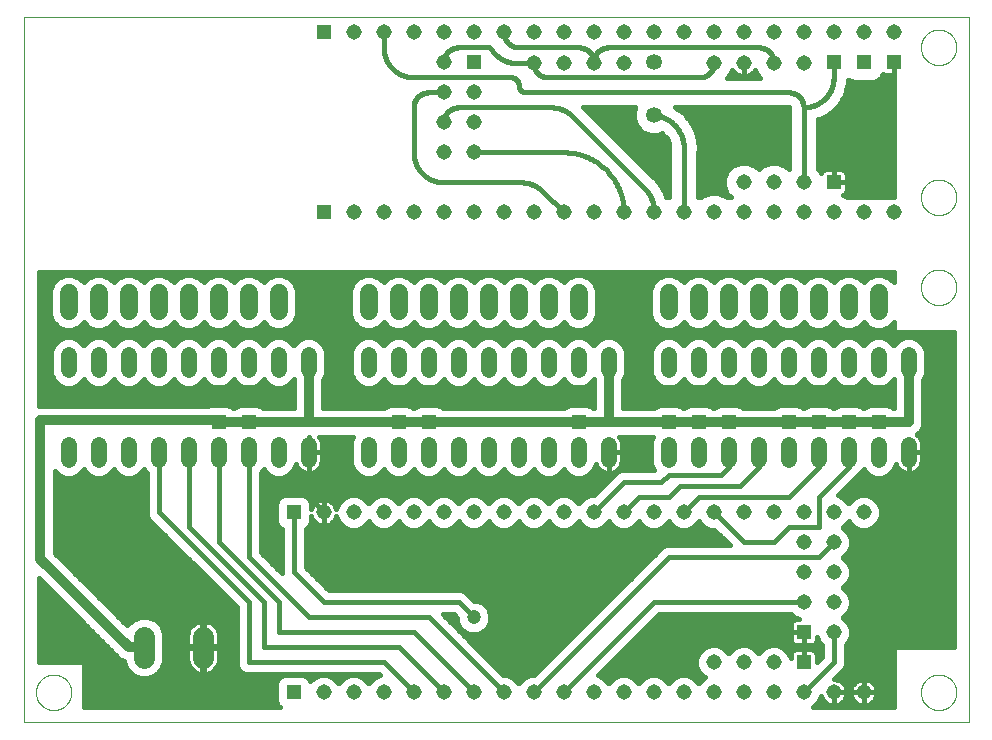
<source format=gtl>
G75*
%MOIN*%
%OFA0B0*%
%FSLAX25Y25*%
%IPPOS*%
%LPD*%
%AMOC8*
5,1,8,0,0,1.08239X$1,22.5*
%
%ADD10C,0.00000*%
%ADD11C,0.05200*%
%ADD12R,0.05150X0.05150*%
%ADD13C,0.05150*%
%ADD14C,0.05937*%
%ADD15C,0.07050*%
%ADD16C,0.01600*%
%ADD17C,0.05906*%
%ADD18R,0.05000X0.05000*%
%ADD19C,0.04724*%
%ADD20C,0.03200*%
%ADD21C,0.05315*%
D10*
X0023540Y0001000D02*
X0023540Y0235980D01*
X0338501Y0235980D01*
X0338501Y0001000D01*
X0023540Y0001000D01*
X0027634Y0011000D02*
X0027636Y0011153D01*
X0027642Y0011307D01*
X0027652Y0011460D01*
X0027666Y0011612D01*
X0027684Y0011765D01*
X0027706Y0011916D01*
X0027731Y0012067D01*
X0027761Y0012218D01*
X0027795Y0012368D01*
X0027832Y0012516D01*
X0027873Y0012664D01*
X0027918Y0012810D01*
X0027967Y0012956D01*
X0028020Y0013100D01*
X0028076Y0013242D01*
X0028136Y0013383D01*
X0028200Y0013523D01*
X0028267Y0013661D01*
X0028338Y0013797D01*
X0028413Y0013931D01*
X0028490Y0014063D01*
X0028572Y0014193D01*
X0028656Y0014321D01*
X0028744Y0014447D01*
X0028835Y0014570D01*
X0028929Y0014691D01*
X0029027Y0014809D01*
X0029127Y0014925D01*
X0029231Y0015038D01*
X0029337Y0015149D01*
X0029446Y0015257D01*
X0029558Y0015362D01*
X0029672Y0015463D01*
X0029790Y0015562D01*
X0029909Y0015658D01*
X0030031Y0015751D01*
X0030156Y0015840D01*
X0030283Y0015927D01*
X0030412Y0016009D01*
X0030543Y0016089D01*
X0030676Y0016165D01*
X0030811Y0016238D01*
X0030948Y0016307D01*
X0031087Y0016372D01*
X0031227Y0016434D01*
X0031369Y0016492D01*
X0031512Y0016547D01*
X0031657Y0016598D01*
X0031803Y0016645D01*
X0031950Y0016688D01*
X0032098Y0016727D01*
X0032247Y0016763D01*
X0032397Y0016794D01*
X0032548Y0016822D01*
X0032699Y0016846D01*
X0032852Y0016866D01*
X0033004Y0016882D01*
X0033157Y0016894D01*
X0033310Y0016902D01*
X0033463Y0016906D01*
X0033617Y0016906D01*
X0033770Y0016902D01*
X0033923Y0016894D01*
X0034076Y0016882D01*
X0034228Y0016866D01*
X0034381Y0016846D01*
X0034532Y0016822D01*
X0034683Y0016794D01*
X0034833Y0016763D01*
X0034982Y0016727D01*
X0035130Y0016688D01*
X0035277Y0016645D01*
X0035423Y0016598D01*
X0035568Y0016547D01*
X0035711Y0016492D01*
X0035853Y0016434D01*
X0035993Y0016372D01*
X0036132Y0016307D01*
X0036269Y0016238D01*
X0036404Y0016165D01*
X0036537Y0016089D01*
X0036668Y0016009D01*
X0036797Y0015927D01*
X0036924Y0015840D01*
X0037049Y0015751D01*
X0037171Y0015658D01*
X0037290Y0015562D01*
X0037408Y0015463D01*
X0037522Y0015362D01*
X0037634Y0015257D01*
X0037743Y0015149D01*
X0037849Y0015038D01*
X0037953Y0014925D01*
X0038053Y0014809D01*
X0038151Y0014691D01*
X0038245Y0014570D01*
X0038336Y0014447D01*
X0038424Y0014321D01*
X0038508Y0014193D01*
X0038590Y0014063D01*
X0038667Y0013931D01*
X0038742Y0013797D01*
X0038813Y0013661D01*
X0038880Y0013523D01*
X0038944Y0013383D01*
X0039004Y0013242D01*
X0039060Y0013100D01*
X0039113Y0012956D01*
X0039162Y0012810D01*
X0039207Y0012664D01*
X0039248Y0012516D01*
X0039285Y0012368D01*
X0039319Y0012218D01*
X0039349Y0012067D01*
X0039374Y0011916D01*
X0039396Y0011765D01*
X0039414Y0011612D01*
X0039428Y0011460D01*
X0039438Y0011307D01*
X0039444Y0011153D01*
X0039446Y0011000D01*
X0039444Y0010847D01*
X0039438Y0010693D01*
X0039428Y0010540D01*
X0039414Y0010388D01*
X0039396Y0010235D01*
X0039374Y0010084D01*
X0039349Y0009933D01*
X0039319Y0009782D01*
X0039285Y0009632D01*
X0039248Y0009484D01*
X0039207Y0009336D01*
X0039162Y0009190D01*
X0039113Y0009044D01*
X0039060Y0008900D01*
X0039004Y0008758D01*
X0038944Y0008617D01*
X0038880Y0008477D01*
X0038813Y0008339D01*
X0038742Y0008203D01*
X0038667Y0008069D01*
X0038590Y0007937D01*
X0038508Y0007807D01*
X0038424Y0007679D01*
X0038336Y0007553D01*
X0038245Y0007430D01*
X0038151Y0007309D01*
X0038053Y0007191D01*
X0037953Y0007075D01*
X0037849Y0006962D01*
X0037743Y0006851D01*
X0037634Y0006743D01*
X0037522Y0006638D01*
X0037408Y0006537D01*
X0037290Y0006438D01*
X0037171Y0006342D01*
X0037049Y0006249D01*
X0036924Y0006160D01*
X0036797Y0006073D01*
X0036668Y0005991D01*
X0036537Y0005911D01*
X0036404Y0005835D01*
X0036269Y0005762D01*
X0036132Y0005693D01*
X0035993Y0005628D01*
X0035853Y0005566D01*
X0035711Y0005508D01*
X0035568Y0005453D01*
X0035423Y0005402D01*
X0035277Y0005355D01*
X0035130Y0005312D01*
X0034982Y0005273D01*
X0034833Y0005237D01*
X0034683Y0005206D01*
X0034532Y0005178D01*
X0034381Y0005154D01*
X0034228Y0005134D01*
X0034076Y0005118D01*
X0033923Y0005106D01*
X0033770Y0005098D01*
X0033617Y0005094D01*
X0033463Y0005094D01*
X0033310Y0005098D01*
X0033157Y0005106D01*
X0033004Y0005118D01*
X0032852Y0005134D01*
X0032699Y0005154D01*
X0032548Y0005178D01*
X0032397Y0005206D01*
X0032247Y0005237D01*
X0032098Y0005273D01*
X0031950Y0005312D01*
X0031803Y0005355D01*
X0031657Y0005402D01*
X0031512Y0005453D01*
X0031369Y0005508D01*
X0031227Y0005566D01*
X0031087Y0005628D01*
X0030948Y0005693D01*
X0030811Y0005762D01*
X0030676Y0005835D01*
X0030543Y0005911D01*
X0030412Y0005991D01*
X0030283Y0006073D01*
X0030156Y0006160D01*
X0030031Y0006249D01*
X0029909Y0006342D01*
X0029790Y0006438D01*
X0029672Y0006537D01*
X0029558Y0006638D01*
X0029446Y0006743D01*
X0029337Y0006851D01*
X0029231Y0006962D01*
X0029127Y0007075D01*
X0029027Y0007191D01*
X0028929Y0007309D01*
X0028835Y0007430D01*
X0028744Y0007553D01*
X0028656Y0007679D01*
X0028572Y0007807D01*
X0028490Y0007937D01*
X0028413Y0008069D01*
X0028338Y0008203D01*
X0028267Y0008339D01*
X0028200Y0008477D01*
X0028136Y0008617D01*
X0028076Y0008758D01*
X0028020Y0008900D01*
X0027967Y0009044D01*
X0027918Y0009190D01*
X0027873Y0009336D01*
X0027832Y0009484D01*
X0027795Y0009632D01*
X0027761Y0009782D01*
X0027731Y0009933D01*
X0027706Y0010084D01*
X0027684Y0010235D01*
X0027666Y0010388D01*
X0027652Y0010540D01*
X0027642Y0010693D01*
X0027636Y0010847D01*
X0027634Y0011000D01*
X0322634Y0011000D02*
X0322636Y0011153D01*
X0322642Y0011307D01*
X0322652Y0011460D01*
X0322666Y0011612D01*
X0322684Y0011765D01*
X0322706Y0011916D01*
X0322731Y0012067D01*
X0322761Y0012218D01*
X0322795Y0012368D01*
X0322832Y0012516D01*
X0322873Y0012664D01*
X0322918Y0012810D01*
X0322967Y0012956D01*
X0323020Y0013100D01*
X0323076Y0013242D01*
X0323136Y0013383D01*
X0323200Y0013523D01*
X0323267Y0013661D01*
X0323338Y0013797D01*
X0323413Y0013931D01*
X0323490Y0014063D01*
X0323572Y0014193D01*
X0323656Y0014321D01*
X0323744Y0014447D01*
X0323835Y0014570D01*
X0323929Y0014691D01*
X0324027Y0014809D01*
X0324127Y0014925D01*
X0324231Y0015038D01*
X0324337Y0015149D01*
X0324446Y0015257D01*
X0324558Y0015362D01*
X0324672Y0015463D01*
X0324790Y0015562D01*
X0324909Y0015658D01*
X0325031Y0015751D01*
X0325156Y0015840D01*
X0325283Y0015927D01*
X0325412Y0016009D01*
X0325543Y0016089D01*
X0325676Y0016165D01*
X0325811Y0016238D01*
X0325948Y0016307D01*
X0326087Y0016372D01*
X0326227Y0016434D01*
X0326369Y0016492D01*
X0326512Y0016547D01*
X0326657Y0016598D01*
X0326803Y0016645D01*
X0326950Y0016688D01*
X0327098Y0016727D01*
X0327247Y0016763D01*
X0327397Y0016794D01*
X0327548Y0016822D01*
X0327699Y0016846D01*
X0327852Y0016866D01*
X0328004Y0016882D01*
X0328157Y0016894D01*
X0328310Y0016902D01*
X0328463Y0016906D01*
X0328617Y0016906D01*
X0328770Y0016902D01*
X0328923Y0016894D01*
X0329076Y0016882D01*
X0329228Y0016866D01*
X0329381Y0016846D01*
X0329532Y0016822D01*
X0329683Y0016794D01*
X0329833Y0016763D01*
X0329982Y0016727D01*
X0330130Y0016688D01*
X0330277Y0016645D01*
X0330423Y0016598D01*
X0330568Y0016547D01*
X0330711Y0016492D01*
X0330853Y0016434D01*
X0330993Y0016372D01*
X0331132Y0016307D01*
X0331269Y0016238D01*
X0331404Y0016165D01*
X0331537Y0016089D01*
X0331668Y0016009D01*
X0331797Y0015927D01*
X0331924Y0015840D01*
X0332049Y0015751D01*
X0332171Y0015658D01*
X0332290Y0015562D01*
X0332408Y0015463D01*
X0332522Y0015362D01*
X0332634Y0015257D01*
X0332743Y0015149D01*
X0332849Y0015038D01*
X0332953Y0014925D01*
X0333053Y0014809D01*
X0333151Y0014691D01*
X0333245Y0014570D01*
X0333336Y0014447D01*
X0333424Y0014321D01*
X0333508Y0014193D01*
X0333590Y0014063D01*
X0333667Y0013931D01*
X0333742Y0013797D01*
X0333813Y0013661D01*
X0333880Y0013523D01*
X0333944Y0013383D01*
X0334004Y0013242D01*
X0334060Y0013100D01*
X0334113Y0012956D01*
X0334162Y0012810D01*
X0334207Y0012664D01*
X0334248Y0012516D01*
X0334285Y0012368D01*
X0334319Y0012218D01*
X0334349Y0012067D01*
X0334374Y0011916D01*
X0334396Y0011765D01*
X0334414Y0011612D01*
X0334428Y0011460D01*
X0334438Y0011307D01*
X0334444Y0011153D01*
X0334446Y0011000D01*
X0334444Y0010847D01*
X0334438Y0010693D01*
X0334428Y0010540D01*
X0334414Y0010388D01*
X0334396Y0010235D01*
X0334374Y0010084D01*
X0334349Y0009933D01*
X0334319Y0009782D01*
X0334285Y0009632D01*
X0334248Y0009484D01*
X0334207Y0009336D01*
X0334162Y0009190D01*
X0334113Y0009044D01*
X0334060Y0008900D01*
X0334004Y0008758D01*
X0333944Y0008617D01*
X0333880Y0008477D01*
X0333813Y0008339D01*
X0333742Y0008203D01*
X0333667Y0008069D01*
X0333590Y0007937D01*
X0333508Y0007807D01*
X0333424Y0007679D01*
X0333336Y0007553D01*
X0333245Y0007430D01*
X0333151Y0007309D01*
X0333053Y0007191D01*
X0332953Y0007075D01*
X0332849Y0006962D01*
X0332743Y0006851D01*
X0332634Y0006743D01*
X0332522Y0006638D01*
X0332408Y0006537D01*
X0332290Y0006438D01*
X0332171Y0006342D01*
X0332049Y0006249D01*
X0331924Y0006160D01*
X0331797Y0006073D01*
X0331668Y0005991D01*
X0331537Y0005911D01*
X0331404Y0005835D01*
X0331269Y0005762D01*
X0331132Y0005693D01*
X0330993Y0005628D01*
X0330853Y0005566D01*
X0330711Y0005508D01*
X0330568Y0005453D01*
X0330423Y0005402D01*
X0330277Y0005355D01*
X0330130Y0005312D01*
X0329982Y0005273D01*
X0329833Y0005237D01*
X0329683Y0005206D01*
X0329532Y0005178D01*
X0329381Y0005154D01*
X0329228Y0005134D01*
X0329076Y0005118D01*
X0328923Y0005106D01*
X0328770Y0005098D01*
X0328617Y0005094D01*
X0328463Y0005094D01*
X0328310Y0005098D01*
X0328157Y0005106D01*
X0328004Y0005118D01*
X0327852Y0005134D01*
X0327699Y0005154D01*
X0327548Y0005178D01*
X0327397Y0005206D01*
X0327247Y0005237D01*
X0327098Y0005273D01*
X0326950Y0005312D01*
X0326803Y0005355D01*
X0326657Y0005402D01*
X0326512Y0005453D01*
X0326369Y0005508D01*
X0326227Y0005566D01*
X0326087Y0005628D01*
X0325948Y0005693D01*
X0325811Y0005762D01*
X0325676Y0005835D01*
X0325543Y0005911D01*
X0325412Y0005991D01*
X0325283Y0006073D01*
X0325156Y0006160D01*
X0325031Y0006249D01*
X0324909Y0006342D01*
X0324790Y0006438D01*
X0324672Y0006537D01*
X0324558Y0006638D01*
X0324446Y0006743D01*
X0324337Y0006851D01*
X0324231Y0006962D01*
X0324127Y0007075D01*
X0324027Y0007191D01*
X0323929Y0007309D01*
X0323835Y0007430D01*
X0323744Y0007553D01*
X0323656Y0007679D01*
X0323572Y0007807D01*
X0323490Y0007937D01*
X0323413Y0008069D01*
X0323338Y0008203D01*
X0323267Y0008339D01*
X0323200Y0008477D01*
X0323136Y0008617D01*
X0323076Y0008758D01*
X0323020Y0008900D01*
X0322967Y0009044D01*
X0322918Y0009190D01*
X0322873Y0009336D01*
X0322832Y0009484D01*
X0322795Y0009632D01*
X0322761Y0009782D01*
X0322731Y0009933D01*
X0322706Y0010084D01*
X0322684Y0010235D01*
X0322666Y0010388D01*
X0322652Y0010540D01*
X0322642Y0010693D01*
X0322636Y0010847D01*
X0322634Y0011000D01*
X0322634Y0146000D02*
X0322636Y0146153D01*
X0322642Y0146307D01*
X0322652Y0146460D01*
X0322666Y0146612D01*
X0322684Y0146765D01*
X0322706Y0146916D01*
X0322731Y0147067D01*
X0322761Y0147218D01*
X0322795Y0147368D01*
X0322832Y0147516D01*
X0322873Y0147664D01*
X0322918Y0147810D01*
X0322967Y0147956D01*
X0323020Y0148100D01*
X0323076Y0148242D01*
X0323136Y0148383D01*
X0323200Y0148523D01*
X0323267Y0148661D01*
X0323338Y0148797D01*
X0323413Y0148931D01*
X0323490Y0149063D01*
X0323572Y0149193D01*
X0323656Y0149321D01*
X0323744Y0149447D01*
X0323835Y0149570D01*
X0323929Y0149691D01*
X0324027Y0149809D01*
X0324127Y0149925D01*
X0324231Y0150038D01*
X0324337Y0150149D01*
X0324446Y0150257D01*
X0324558Y0150362D01*
X0324672Y0150463D01*
X0324790Y0150562D01*
X0324909Y0150658D01*
X0325031Y0150751D01*
X0325156Y0150840D01*
X0325283Y0150927D01*
X0325412Y0151009D01*
X0325543Y0151089D01*
X0325676Y0151165D01*
X0325811Y0151238D01*
X0325948Y0151307D01*
X0326087Y0151372D01*
X0326227Y0151434D01*
X0326369Y0151492D01*
X0326512Y0151547D01*
X0326657Y0151598D01*
X0326803Y0151645D01*
X0326950Y0151688D01*
X0327098Y0151727D01*
X0327247Y0151763D01*
X0327397Y0151794D01*
X0327548Y0151822D01*
X0327699Y0151846D01*
X0327852Y0151866D01*
X0328004Y0151882D01*
X0328157Y0151894D01*
X0328310Y0151902D01*
X0328463Y0151906D01*
X0328617Y0151906D01*
X0328770Y0151902D01*
X0328923Y0151894D01*
X0329076Y0151882D01*
X0329228Y0151866D01*
X0329381Y0151846D01*
X0329532Y0151822D01*
X0329683Y0151794D01*
X0329833Y0151763D01*
X0329982Y0151727D01*
X0330130Y0151688D01*
X0330277Y0151645D01*
X0330423Y0151598D01*
X0330568Y0151547D01*
X0330711Y0151492D01*
X0330853Y0151434D01*
X0330993Y0151372D01*
X0331132Y0151307D01*
X0331269Y0151238D01*
X0331404Y0151165D01*
X0331537Y0151089D01*
X0331668Y0151009D01*
X0331797Y0150927D01*
X0331924Y0150840D01*
X0332049Y0150751D01*
X0332171Y0150658D01*
X0332290Y0150562D01*
X0332408Y0150463D01*
X0332522Y0150362D01*
X0332634Y0150257D01*
X0332743Y0150149D01*
X0332849Y0150038D01*
X0332953Y0149925D01*
X0333053Y0149809D01*
X0333151Y0149691D01*
X0333245Y0149570D01*
X0333336Y0149447D01*
X0333424Y0149321D01*
X0333508Y0149193D01*
X0333590Y0149063D01*
X0333667Y0148931D01*
X0333742Y0148797D01*
X0333813Y0148661D01*
X0333880Y0148523D01*
X0333944Y0148383D01*
X0334004Y0148242D01*
X0334060Y0148100D01*
X0334113Y0147956D01*
X0334162Y0147810D01*
X0334207Y0147664D01*
X0334248Y0147516D01*
X0334285Y0147368D01*
X0334319Y0147218D01*
X0334349Y0147067D01*
X0334374Y0146916D01*
X0334396Y0146765D01*
X0334414Y0146612D01*
X0334428Y0146460D01*
X0334438Y0146307D01*
X0334444Y0146153D01*
X0334446Y0146000D01*
X0334444Y0145847D01*
X0334438Y0145693D01*
X0334428Y0145540D01*
X0334414Y0145388D01*
X0334396Y0145235D01*
X0334374Y0145084D01*
X0334349Y0144933D01*
X0334319Y0144782D01*
X0334285Y0144632D01*
X0334248Y0144484D01*
X0334207Y0144336D01*
X0334162Y0144190D01*
X0334113Y0144044D01*
X0334060Y0143900D01*
X0334004Y0143758D01*
X0333944Y0143617D01*
X0333880Y0143477D01*
X0333813Y0143339D01*
X0333742Y0143203D01*
X0333667Y0143069D01*
X0333590Y0142937D01*
X0333508Y0142807D01*
X0333424Y0142679D01*
X0333336Y0142553D01*
X0333245Y0142430D01*
X0333151Y0142309D01*
X0333053Y0142191D01*
X0332953Y0142075D01*
X0332849Y0141962D01*
X0332743Y0141851D01*
X0332634Y0141743D01*
X0332522Y0141638D01*
X0332408Y0141537D01*
X0332290Y0141438D01*
X0332171Y0141342D01*
X0332049Y0141249D01*
X0331924Y0141160D01*
X0331797Y0141073D01*
X0331668Y0140991D01*
X0331537Y0140911D01*
X0331404Y0140835D01*
X0331269Y0140762D01*
X0331132Y0140693D01*
X0330993Y0140628D01*
X0330853Y0140566D01*
X0330711Y0140508D01*
X0330568Y0140453D01*
X0330423Y0140402D01*
X0330277Y0140355D01*
X0330130Y0140312D01*
X0329982Y0140273D01*
X0329833Y0140237D01*
X0329683Y0140206D01*
X0329532Y0140178D01*
X0329381Y0140154D01*
X0329228Y0140134D01*
X0329076Y0140118D01*
X0328923Y0140106D01*
X0328770Y0140098D01*
X0328617Y0140094D01*
X0328463Y0140094D01*
X0328310Y0140098D01*
X0328157Y0140106D01*
X0328004Y0140118D01*
X0327852Y0140134D01*
X0327699Y0140154D01*
X0327548Y0140178D01*
X0327397Y0140206D01*
X0327247Y0140237D01*
X0327098Y0140273D01*
X0326950Y0140312D01*
X0326803Y0140355D01*
X0326657Y0140402D01*
X0326512Y0140453D01*
X0326369Y0140508D01*
X0326227Y0140566D01*
X0326087Y0140628D01*
X0325948Y0140693D01*
X0325811Y0140762D01*
X0325676Y0140835D01*
X0325543Y0140911D01*
X0325412Y0140991D01*
X0325283Y0141073D01*
X0325156Y0141160D01*
X0325031Y0141249D01*
X0324909Y0141342D01*
X0324790Y0141438D01*
X0324672Y0141537D01*
X0324558Y0141638D01*
X0324446Y0141743D01*
X0324337Y0141851D01*
X0324231Y0141962D01*
X0324127Y0142075D01*
X0324027Y0142191D01*
X0323929Y0142309D01*
X0323835Y0142430D01*
X0323744Y0142553D01*
X0323656Y0142679D01*
X0323572Y0142807D01*
X0323490Y0142937D01*
X0323413Y0143069D01*
X0323338Y0143203D01*
X0323267Y0143339D01*
X0323200Y0143477D01*
X0323136Y0143617D01*
X0323076Y0143758D01*
X0323020Y0143900D01*
X0322967Y0144044D01*
X0322918Y0144190D01*
X0322873Y0144336D01*
X0322832Y0144484D01*
X0322795Y0144632D01*
X0322761Y0144782D01*
X0322731Y0144933D01*
X0322706Y0145084D01*
X0322684Y0145235D01*
X0322666Y0145388D01*
X0322652Y0145540D01*
X0322642Y0145693D01*
X0322636Y0145847D01*
X0322634Y0146000D01*
X0322634Y0176000D02*
X0322636Y0176153D01*
X0322642Y0176307D01*
X0322652Y0176460D01*
X0322666Y0176612D01*
X0322684Y0176765D01*
X0322706Y0176916D01*
X0322731Y0177067D01*
X0322761Y0177218D01*
X0322795Y0177368D01*
X0322832Y0177516D01*
X0322873Y0177664D01*
X0322918Y0177810D01*
X0322967Y0177956D01*
X0323020Y0178100D01*
X0323076Y0178242D01*
X0323136Y0178383D01*
X0323200Y0178523D01*
X0323267Y0178661D01*
X0323338Y0178797D01*
X0323413Y0178931D01*
X0323490Y0179063D01*
X0323572Y0179193D01*
X0323656Y0179321D01*
X0323744Y0179447D01*
X0323835Y0179570D01*
X0323929Y0179691D01*
X0324027Y0179809D01*
X0324127Y0179925D01*
X0324231Y0180038D01*
X0324337Y0180149D01*
X0324446Y0180257D01*
X0324558Y0180362D01*
X0324672Y0180463D01*
X0324790Y0180562D01*
X0324909Y0180658D01*
X0325031Y0180751D01*
X0325156Y0180840D01*
X0325283Y0180927D01*
X0325412Y0181009D01*
X0325543Y0181089D01*
X0325676Y0181165D01*
X0325811Y0181238D01*
X0325948Y0181307D01*
X0326087Y0181372D01*
X0326227Y0181434D01*
X0326369Y0181492D01*
X0326512Y0181547D01*
X0326657Y0181598D01*
X0326803Y0181645D01*
X0326950Y0181688D01*
X0327098Y0181727D01*
X0327247Y0181763D01*
X0327397Y0181794D01*
X0327548Y0181822D01*
X0327699Y0181846D01*
X0327852Y0181866D01*
X0328004Y0181882D01*
X0328157Y0181894D01*
X0328310Y0181902D01*
X0328463Y0181906D01*
X0328617Y0181906D01*
X0328770Y0181902D01*
X0328923Y0181894D01*
X0329076Y0181882D01*
X0329228Y0181866D01*
X0329381Y0181846D01*
X0329532Y0181822D01*
X0329683Y0181794D01*
X0329833Y0181763D01*
X0329982Y0181727D01*
X0330130Y0181688D01*
X0330277Y0181645D01*
X0330423Y0181598D01*
X0330568Y0181547D01*
X0330711Y0181492D01*
X0330853Y0181434D01*
X0330993Y0181372D01*
X0331132Y0181307D01*
X0331269Y0181238D01*
X0331404Y0181165D01*
X0331537Y0181089D01*
X0331668Y0181009D01*
X0331797Y0180927D01*
X0331924Y0180840D01*
X0332049Y0180751D01*
X0332171Y0180658D01*
X0332290Y0180562D01*
X0332408Y0180463D01*
X0332522Y0180362D01*
X0332634Y0180257D01*
X0332743Y0180149D01*
X0332849Y0180038D01*
X0332953Y0179925D01*
X0333053Y0179809D01*
X0333151Y0179691D01*
X0333245Y0179570D01*
X0333336Y0179447D01*
X0333424Y0179321D01*
X0333508Y0179193D01*
X0333590Y0179063D01*
X0333667Y0178931D01*
X0333742Y0178797D01*
X0333813Y0178661D01*
X0333880Y0178523D01*
X0333944Y0178383D01*
X0334004Y0178242D01*
X0334060Y0178100D01*
X0334113Y0177956D01*
X0334162Y0177810D01*
X0334207Y0177664D01*
X0334248Y0177516D01*
X0334285Y0177368D01*
X0334319Y0177218D01*
X0334349Y0177067D01*
X0334374Y0176916D01*
X0334396Y0176765D01*
X0334414Y0176612D01*
X0334428Y0176460D01*
X0334438Y0176307D01*
X0334444Y0176153D01*
X0334446Y0176000D01*
X0334444Y0175847D01*
X0334438Y0175693D01*
X0334428Y0175540D01*
X0334414Y0175388D01*
X0334396Y0175235D01*
X0334374Y0175084D01*
X0334349Y0174933D01*
X0334319Y0174782D01*
X0334285Y0174632D01*
X0334248Y0174484D01*
X0334207Y0174336D01*
X0334162Y0174190D01*
X0334113Y0174044D01*
X0334060Y0173900D01*
X0334004Y0173758D01*
X0333944Y0173617D01*
X0333880Y0173477D01*
X0333813Y0173339D01*
X0333742Y0173203D01*
X0333667Y0173069D01*
X0333590Y0172937D01*
X0333508Y0172807D01*
X0333424Y0172679D01*
X0333336Y0172553D01*
X0333245Y0172430D01*
X0333151Y0172309D01*
X0333053Y0172191D01*
X0332953Y0172075D01*
X0332849Y0171962D01*
X0332743Y0171851D01*
X0332634Y0171743D01*
X0332522Y0171638D01*
X0332408Y0171537D01*
X0332290Y0171438D01*
X0332171Y0171342D01*
X0332049Y0171249D01*
X0331924Y0171160D01*
X0331797Y0171073D01*
X0331668Y0170991D01*
X0331537Y0170911D01*
X0331404Y0170835D01*
X0331269Y0170762D01*
X0331132Y0170693D01*
X0330993Y0170628D01*
X0330853Y0170566D01*
X0330711Y0170508D01*
X0330568Y0170453D01*
X0330423Y0170402D01*
X0330277Y0170355D01*
X0330130Y0170312D01*
X0329982Y0170273D01*
X0329833Y0170237D01*
X0329683Y0170206D01*
X0329532Y0170178D01*
X0329381Y0170154D01*
X0329228Y0170134D01*
X0329076Y0170118D01*
X0328923Y0170106D01*
X0328770Y0170098D01*
X0328617Y0170094D01*
X0328463Y0170094D01*
X0328310Y0170098D01*
X0328157Y0170106D01*
X0328004Y0170118D01*
X0327852Y0170134D01*
X0327699Y0170154D01*
X0327548Y0170178D01*
X0327397Y0170206D01*
X0327247Y0170237D01*
X0327098Y0170273D01*
X0326950Y0170312D01*
X0326803Y0170355D01*
X0326657Y0170402D01*
X0326512Y0170453D01*
X0326369Y0170508D01*
X0326227Y0170566D01*
X0326087Y0170628D01*
X0325948Y0170693D01*
X0325811Y0170762D01*
X0325676Y0170835D01*
X0325543Y0170911D01*
X0325412Y0170991D01*
X0325283Y0171073D01*
X0325156Y0171160D01*
X0325031Y0171249D01*
X0324909Y0171342D01*
X0324790Y0171438D01*
X0324672Y0171537D01*
X0324558Y0171638D01*
X0324446Y0171743D01*
X0324337Y0171851D01*
X0324231Y0171962D01*
X0324127Y0172075D01*
X0324027Y0172191D01*
X0323929Y0172309D01*
X0323835Y0172430D01*
X0323744Y0172553D01*
X0323656Y0172679D01*
X0323572Y0172807D01*
X0323490Y0172937D01*
X0323413Y0173069D01*
X0323338Y0173203D01*
X0323267Y0173339D01*
X0323200Y0173477D01*
X0323136Y0173617D01*
X0323076Y0173758D01*
X0323020Y0173900D01*
X0322967Y0174044D01*
X0322918Y0174190D01*
X0322873Y0174336D01*
X0322832Y0174484D01*
X0322795Y0174632D01*
X0322761Y0174782D01*
X0322731Y0174933D01*
X0322706Y0175084D01*
X0322684Y0175235D01*
X0322666Y0175388D01*
X0322652Y0175540D01*
X0322642Y0175693D01*
X0322636Y0175847D01*
X0322634Y0176000D01*
X0322634Y0226000D02*
X0322636Y0226153D01*
X0322642Y0226307D01*
X0322652Y0226460D01*
X0322666Y0226612D01*
X0322684Y0226765D01*
X0322706Y0226916D01*
X0322731Y0227067D01*
X0322761Y0227218D01*
X0322795Y0227368D01*
X0322832Y0227516D01*
X0322873Y0227664D01*
X0322918Y0227810D01*
X0322967Y0227956D01*
X0323020Y0228100D01*
X0323076Y0228242D01*
X0323136Y0228383D01*
X0323200Y0228523D01*
X0323267Y0228661D01*
X0323338Y0228797D01*
X0323413Y0228931D01*
X0323490Y0229063D01*
X0323572Y0229193D01*
X0323656Y0229321D01*
X0323744Y0229447D01*
X0323835Y0229570D01*
X0323929Y0229691D01*
X0324027Y0229809D01*
X0324127Y0229925D01*
X0324231Y0230038D01*
X0324337Y0230149D01*
X0324446Y0230257D01*
X0324558Y0230362D01*
X0324672Y0230463D01*
X0324790Y0230562D01*
X0324909Y0230658D01*
X0325031Y0230751D01*
X0325156Y0230840D01*
X0325283Y0230927D01*
X0325412Y0231009D01*
X0325543Y0231089D01*
X0325676Y0231165D01*
X0325811Y0231238D01*
X0325948Y0231307D01*
X0326087Y0231372D01*
X0326227Y0231434D01*
X0326369Y0231492D01*
X0326512Y0231547D01*
X0326657Y0231598D01*
X0326803Y0231645D01*
X0326950Y0231688D01*
X0327098Y0231727D01*
X0327247Y0231763D01*
X0327397Y0231794D01*
X0327548Y0231822D01*
X0327699Y0231846D01*
X0327852Y0231866D01*
X0328004Y0231882D01*
X0328157Y0231894D01*
X0328310Y0231902D01*
X0328463Y0231906D01*
X0328617Y0231906D01*
X0328770Y0231902D01*
X0328923Y0231894D01*
X0329076Y0231882D01*
X0329228Y0231866D01*
X0329381Y0231846D01*
X0329532Y0231822D01*
X0329683Y0231794D01*
X0329833Y0231763D01*
X0329982Y0231727D01*
X0330130Y0231688D01*
X0330277Y0231645D01*
X0330423Y0231598D01*
X0330568Y0231547D01*
X0330711Y0231492D01*
X0330853Y0231434D01*
X0330993Y0231372D01*
X0331132Y0231307D01*
X0331269Y0231238D01*
X0331404Y0231165D01*
X0331537Y0231089D01*
X0331668Y0231009D01*
X0331797Y0230927D01*
X0331924Y0230840D01*
X0332049Y0230751D01*
X0332171Y0230658D01*
X0332290Y0230562D01*
X0332408Y0230463D01*
X0332522Y0230362D01*
X0332634Y0230257D01*
X0332743Y0230149D01*
X0332849Y0230038D01*
X0332953Y0229925D01*
X0333053Y0229809D01*
X0333151Y0229691D01*
X0333245Y0229570D01*
X0333336Y0229447D01*
X0333424Y0229321D01*
X0333508Y0229193D01*
X0333590Y0229063D01*
X0333667Y0228931D01*
X0333742Y0228797D01*
X0333813Y0228661D01*
X0333880Y0228523D01*
X0333944Y0228383D01*
X0334004Y0228242D01*
X0334060Y0228100D01*
X0334113Y0227956D01*
X0334162Y0227810D01*
X0334207Y0227664D01*
X0334248Y0227516D01*
X0334285Y0227368D01*
X0334319Y0227218D01*
X0334349Y0227067D01*
X0334374Y0226916D01*
X0334396Y0226765D01*
X0334414Y0226612D01*
X0334428Y0226460D01*
X0334438Y0226307D01*
X0334444Y0226153D01*
X0334446Y0226000D01*
X0334444Y0225847D01*
X0334438Y0225693D01*
X0334428Y0225540D01*
X0334414Y0225388D01*
X0334396Y0225235D01*
X0334374Y0225084D01*
X0334349Y0224933D01*
X0334319Y0224782D01*
X0334285Y0224632D01*
X0334248Y0224484D01*
X0334207Y0224336D01*
X0334162Y0224190D01*
X0334113Y0224044D01*
X0334060Y0223900D01*
X0334004Y0223758D01*
X0333944Y0223617D01*
X0333880Y0223477D01*
X0333813Y0223339D01*
X0333742Y0223203D01*
X0333667Y0223069D01*
X0333590Y0222937D01*
X0333508Y0222807D01*
X0333424Y0222679D01*
X0333336Y0222553D01*
X0333245Y0222430D01*
X0333151Y0222309D01*
X0333053Y0222191D01*
X0332953Y0222075D01*
X0332849Y0221962D01*
X0332743Y0221851D01*
X0332634Y0221743D01*
X0332522Y0221638D01*
X0332408Y0221537D01*
X0332290Y0221438D01*
X0332171Y0221342D01*
X0332049Y0221249D01*
X0331924Y0221160D01*
X0331797Y0221073D01*
X0331668Y0220991D01*
X0331537Y0220911D01*
X0331404Y0220835D01*
X0331269Y0220762D01*
X0331132Y0220693D01*
X0330993Y0220628D01*
X0330853Y0220566D01*
X0330711Y0220508D01*
X0330568Y0220453D01*
X0330423Y0220402D01*
X0330277Y0220355D01*
X0330130Y0220312D01*
X0329982Y0220273D01*
X0329833Y0220237D01*
X0329683Y0220206D01*
X0329532Y0220178D01*
X0329381Y0220154D01*
X0329228Y0220134D01*
X0329076Y0220118D01*
X0328923Y0220106D01*
X0328770Y0220098D01*
X0328617Y0220094D01*
X0328463Y0220094D01*
X0328310Y0220098D01*
X0328157Y0220106D01*
X0328004Y0220118D01*
X0327852Y0220134D01*
X0327699Y0220154D01*
X0327548Y0220178D01*
X0327397Y0220206D01*
X0327247Y0220237D01*
X0327098Y0220273D01*
X0326950Y0220312D01*
X0326803Y0220355D01*
X0326657Y0220402D01*
X0326512Y0220453D01*
X0326369Y0220508D01*
X0326227Y0220566D01*
X0326087Y0220628D01*
X0325948Y0220693D01*
X0325811Y0220762D01*
X0325676Y0220835D01*
X0325543Y0220911D01*
X0325412Y0220991D01*
X0325283Y0221073D01*
X0325156Y0221160D01*
X0325031Y0221249D01*
X0324909Y0221342D01*
X0324790Y0221438D01*
X0324672Y0221537D01*
X0324558Y0221638D01*
X0324446Y0221743D01*
X0324337Y0221851D01*
X0324231Y0221962D01*
X0324127Y0222075D01*
X0324027Y0222191D01*
X0323929Y0222309D01*
X0323835Y0222430D01*
X0323744Y0222553D01*
X0323656Y0222679D01*
X0323572Y0222807D01*
X0323490Y0222937D01*
X0323413Y0223069D01*
X0323338Y0223203D01*
X0323267Y0223339D01*
X0323200Y0223477D01*
X0323136Y0223617D01*
X0323076Y0223758D01*
X0323020Y0223900D01*
X0322967Y0224044D01*
X0322918Y0224190D01*
X0322873Y0224336D01*
X0322832Y0224484D01*
X0322795Y0224632D01*
X0322761Y0224782D01*
X0322731Y0224933D01*
X0322706Y0225084D01*
X0322684Y0225235D01*
X0322666Y0225388D01*
X0322652Y0225540D01*
X0322642Y0225693D01*
X0322636Y0225847D01*
X0322634Y0226000D01*
D11*
X0318540Y0123600D02*
X0318540Y0118400D01*
X0308540Y0118400D02*
X0308540Y0123600D01*
X0298540Y0123600D02*
X0298540Y0118400D01*
X0288540Y0118400D02*
X0288540Y0123600D01*
X0278540Y0123600D02*
X0278540Y0118400D01*
X0268540Y0118400D02*
X0268540Y0123600D01*
X0258540Y0123600D02*
X0258540Y0118400D01*
X0248540Y0118400D02*
X0248540Y0123600D01*
X0238540Y0123600D02*
X0238540Y0118400D01*
X0218540Y0118400D02*
X0218540Y0123600D01*
X0208540Y0123600D02*
X0208540Y0118400D01*
X0198540Y0118400D02*
X0198540Y0123600D01*
X0188540Y0123600D02*
X0188540Y0118400D01*
X0178540Y0118400D02*
X0178540Y0123600D01*
X0168540Y0123600D02*
X0168540Y0118400D01*
X0158540Y0118400D02*
X0158540Y0123600D01*
X0148540Y0123600D02*
X0148540Y0118400D01*
X0138540Y0118400D02*
X0138540Y0123600D01*
X0118540Y0123600D02*
X0118540Y0118400D01*
X0108540Y0118400D02*
X0108540Y0123600D01*
X0098540Y0123600D02*
X0098540Y0118400D01*
X0088540Y0118400D02*
X0088540Y0123600D01*
X0078540Y0123600D02*
X0078540Y0118400D01*
X0068540Y0118400D02*
X0068540Y0123600D01*
X0058540Y0123600D02*
X0058540Y0118400D01*
X0048540Y0118400D02*
X0048540Y0123600D01*
X0038540Y0123600D02*
X0038540Y0118400D01*
X0038540Y0093600D02*
X0038540Y0088400D01*
X0048540Y0088400D02*
X0048540Y0093600D01*
X0058540Y0093600D02*
X0058540Y0088400D01*
X0068540Y0088400D02*
X0068540Y0093600D01*
X0078540Y0093600D02*
X0078540Y0088400D01*
X0088540Y0088400D02*
X0088540Y0093600D01*
X0098540Y0093600D02*
X0098540Y0088400D01*
X0108540Y0088400D02*
X0108540Y0093600D01*
X0118540Y0093600D02*
X0118540Y0088400D01*
X0138540Y0088400D02*
X0138540Y0093600D01*
X0148540Y0093600D02*
X0148540Y0088400D01*
X0158540Y0088400D02*
X0158540Y0093600D01*
X0168540Y0093600D02*
X0168540Y0088400D01*
X0178540Y0088400D02*
X0178540Y0093600D01*
X0188540Y0093600D02*
X0188540Y0088400D01*
X0198540Y0088400D02*
X0198540Y0093600D01*
X0208540Y0093600D02*
X0208540Y0088400D01*
X0218540Y0088400D02*
X0218540Y0093600D01*
X0238540Y0093600D02*
X0238540Y0088400D01*
X0248540Y0088400D02*
X0248540Y0093600D01*
X0258540Y0093600D02*
X0258540Y0088400D01*
X0268540Y0088400D02*
X0268540Y0093600D01*
X0278540Y0093600D02*
X0278540Y0088400D01*
X0288540Y0088400D02*
X0288540Y0093600D01*
X0298540Y0093600D02*
X0298540Y0088400D01*
X0308540Y0088400D02*
X0308540Y0093600D01*
X0318540Y0093600D02*
X0318540Y0088400D01*
D12*
X0283540Y0031000D03*
X0283540Y0021000D03*
X0113540Y0011000D03*
X0113540Y0071000D03*
X0123540Y0171000D03*
X0173540Y0221000D03*
X0123540Y0231000D03*
X0293540Y0221000D03*
X0303540Y0221000D03*
X0313540Y0221000D03*
X0293540Y0181000D03*
D13*
X0283540Y0181000D03*
X0273540Y0181000D03*
X0263540Y0181000D03*
X0263540Y0171000D03*
X0253540Y0171000D03*
X0243540Y0171000D03*
X0233540Y0171000D03*
X0223540Y0171000D03*
X0213540Y0171000D03*
X0203540Y0171000D03*
X0193540Y0171000D03*
X0183540Y0171000D03*
X0173540Y0171000D03*
X0163540Y0171000D03*
X0153540Y0171000D03*
X0143540Y0171000D03*
X0133540Y0171000D03*
X0163540Y0191000D03*
X0173540Y0191000D03*
X0173540Y0201000D03*
X0163540Y0201000D03*
X0163540Y0211000D03*
X0173540Y0211000D03*
X0163540Y0221000D03*
X0163540Y0231000D03*
X0153540Y0231000D03*
X0143540Y0231000D03*
X0133540Y0231000D03*
X0173540Y0231000D03*
X0183540Y0231000D03*
X0193540Y0231000D03*
X0203540Y0231000D03*
X0213540Y0231000D03*
X0223540Y0231000D03*
X0233540Y0231000D03*
X0243540Y0231000D03*
X0253540Y0231000D03*
X0263540Y0231000D03*
X0273540Y0231000D03*
X0283540Y0231000D03*
X0293540Y0231000D03*
X0303540Y0231000D03*
X0313540Y0231000D03*
X0283540Y0220685D03*
X0273540Y0220685D03*
X0263540Y0220685D03*
X0253540Y0220685D03*
X0223540Y0220685D03*
X0213540Y0220685D03*
X0203540Y0220685D03*
X0193540Y0220685D03*
X0273540Y0171000D03*
X0283540Y0171000D03*
X0293540Y0171000D03*
X0303540Y0171000D03*
X0313540Y0171000D03*
X0303540Y0071000D03*
X0293540Y0071000D03*
X0283540Y0071000D03*
X0273540Y0071000D03*
X0263540Y0071000D03*
X0253540Y0071000D03*
X0243540Y0071000D03*
X0233540Y0071000D03*
X0223540Y0071000D03*
X0213540Y0071000D03*
X0203540Y0071000D03*
X0193540Y0071000D03*
X0183540Y0071000D03*
X0173540Y0071000D03*
X0163540Y0071000D03*
X0153540Y0071000D03*
X0143540Y0071000D03*
X0133540Y0071000D03*
X0123540Y0071000D03*
X0123540Y0011000D03*
X0133540Y0011000D03*
X0143540Y0011000D03*
X0153540Y0011000D03*
X0163540Y0011000D03*
X0173540Y0011000D03*
X0183540Y0011000D03*
X0193540Y0011000D03*
X0203540Y0011000D03*
X0213540Y0011000D03*
X0223540Y0011000D03*
X0233540Y0011000D03*
X0243540Y0011000D03*
X0253540Y0011000D03*
X0263540Y0011000D03*
X0273540Y0011000D03*
X0283540Y0011000D03*
X0293540Y0011000D03*
X0303540Y0011000D03*
X0293540Y0031000D03*
X0293540Y0041000D03*
X0283540Y0041000D03*
X0283540Y0051000D03*
X0293540Y0051000D03*
X0293540Y0061000D03*
X0283540Y0061000D03*
X0273540Y0021000D03*
X0263540Y0021000D03*
X0253540Y0021000D03*
D14*
X0248540Y0138031D02*
X0248540Y0143969D01*
X0238540Y0143969D02*
X0238540Y0138031D01*
X0258540Y0138031D02*
X0258540Y0143969D01*
X0268540Y0143969D02*
X0268540Y0138031D01*
X0278540Y0138031D02*
X0278540Y0143969D01*
X0288540Y0143969D02*
X0288540Y0138031D01*
X0298540Y0138031D02*
X0298540Y0143969D01*
X0308540Y0143969D02*
X0308540Y0138031D01*
X0208540Y0138031D02*
X0208540Y0143969D01*
X0198540Y0143969D02*
X0198540Y0138031D01*
X0188540Y0138031D02*
X0188540Y0143969D01*
X0178540Y0143969D02*
X0178540Y0138031D01*
X0168540Y0138031D02*
X0168540Y0143969D01*
X0158540Y0143969D02*
X0158540Y0138031D01*
X0148540Y0138031D02*
X0148540Y0143969D01*
X0138540Y0143969D02*
X0138540Y0138031D01*
X0108540Y0138031D02*
X0108540Y0143969D01*
X0098540Y0143969D02*
X0098540Y0138031D01*
X0088540Y0138031D02*
X0088540Y0143969D01*
X0078540Y0143969D02*
X0078540Y0138031D01*
X0068540Y0138031D02*
X0068540Y0143969D01*
X0058540Y0143969D02*
X0058540Y0138031D01*
X0048540Y0138031D02*
X0048540Y0143969D01*
X0038540Y0143969D02*
X0038540Y0138031D01*
D15*
X0063698Y0029525D02*
X0063698Y0022475D01*
X0083383Y0022475D02*
X0083383Y0029525D01*
D16*
X0083008Y0029773D02*
X0083758Y0029773D01*
X0083758Y0028175D02*
X0083008Y0028175D01*
X0083008Y0026576D02*
X0083758Y0026576D01*
X0083758Y0026375D02*
X0083008Y0026375D01*
X0083008Y0034850D01*
X0082964Y0034850D01*
X0082136Y0034719D01*
X0081339Y0034460D01*
X0080592Y0034079D01*
X0079914Y0033587D01*
X0079321Y0032994D01*
X0078829Y0032316D01*
X0078448Y0031569D01*
X0078189Y0030772D01*
X0078058Y0029944D01*
X0078058Y0026375D01*
X0083008Y0026375D01*
X0083008Y0025625D01*
X0083758Y0025625D01*
X0083758Y0026375D01*
X0088708Y0026375D01*
X0088708Y0029944D01*
X0088577Y0030772D01*
X0088318Y0031569D01*
X0087937Y0032316D01*
X0087445Y0032994D01*
X0086852Y0033587D01*
X0086174Y0034079D01*
X0085427Y0034460D01*
X0084630Y0034719D01*
X0083802Y0034850D01*
X0083758Y0034850D01*
X0083758Y0026375D01*
X0083758Y0025625D02*
X0088708Y0025625D01*
X0088708Y0022056D01*
X0088577Y0021228D01*
X0088318Y0020431D01*
X0087937Y0019684D01*
X0087445Y0019006D01*
X0086852Y0018413D01*
X0086174Y0017921D01*
X0085427Y0017540D01*
X0084630Y0017281D01*
X0083802Y0017150D01*
X0083758Y0017150D01*
X0083758Y0025625D01*
X0083758Y0024978D02*
X0083008Y0024978D01*
X0083008Y0025625D02*
X0083008Y0017150D01*
X0082964Y0017150D01*
X0082136Y0017281D01*
X0081339Y0017540D01*
X0080592Y0017921D01*
X0079914Y0018413D01*
X0079321Y0019006D01*
X0078829Y0019684D01*
X0078448Y0020431D01*
X0078189Y0021228D01*
X0078058Y0022056D01*
X0078058Y0025625D01*
X0083008Y0025625D01*
X0083008Y0023379D02*
X0083758Y0023379D01*
X0083758Y0021781D02*
X0083008Y0021781D01*
X0083008Y0020182D02*
X0083758Y0020182D01*
X0083758Y0018584D02*
X0083008Y0018584D01*
X0079744Y0018584D02*
X0069317Y0018584D01*
X0069399Y0018666D02*
X0070423Y0021137D01*
X0070423Y0030863D01*
X0069399Y0033334D01*
X0067507Y0035226D01*
X0065036Y0036250D01*
X0062360Y0036250D01*
X0059888Y0035226D01*
X0057997Y0033334D01*
X0057996Y0033333D01*
X0033940Y0057388D01*
X0033940Y0084798D01*
X0035255Y0083483D01*
X0037387Y0082600D01*
X0039694Y0082600D01*
X0041826Y0083483D01*
X0043457Y0085115D01*
X0043540Y0085315D01*
X0043623Y0085115D01*
X0045255Y0083483D01*
X0047387Y0082600D01*
X0049694Y0082600D01*
X0051826Y0083483D01*
X0053457Y0085115D01*
X0053540Y0085315D01*
X0053623Y0085115D01*
X0055255Y0083483D01*
X0057387Y0082600D01*
X0059694Y0082600D01*
X0061826Y0083483D01*
X0063457Y0085115D01*
X0063540Y0085315D01*
X0063623Y0085115D01*
X0064540Y0084198D01*
X0064540Y0070204D01*
X0065149Y0068734D01*
X0066275Y0067609D01*
X0094540Y0039343D01*
X0094540Y0020204D01*
X0095149Y0018734D01*
X0096275Y0017609D01*
X0097745Y0017000D01*
X0141883Y0017000D01*
X0142192Y0016692D01*
X0140269Y0015896D01*
X0138645Y0014271D01*
X0138540Y0014019D01*
X0138436Y0014271D01*
X0136812Y0015896D01*
X0134689Y0016775D01*
X0132392Y0016775D01*
X0130269Y0015896D01*
X0128645Y0014271D01*
X0128540Y0014019D01*
X0128436Y0014271D01*
X0126812Y0015896D01*
X0124689Y0016775D01*
X0122392Y0016775D01*
X0120269Y0015896D01*
X0119101Y0014728D01*
X0118828Y0015387D01*
X0117928Y0016288D01*
X0116752Y0016775D01*
X0110329Y0016775D01*
X0109153Y0016288D01*
X0108253Y0015387D01*
X0107766Y0014211D01*
X0107766Y0007789D01*
X0108253Y0006613D01*
X0108865Y0006000D01*
X0043540Y0006000D01*
X0043540Y0021000D01*
X0028540Y0021000D01*
X0028540Y0049212D01*
X0055821Y0021931D01*
X0056973Y0021454D01*
X0056973Y0021137D01*
X0057997Y0018666D01*
X0059888Y0016774D01*
X0062360Y0015750D01*
X0065036Y0015750D01*
X0067507Y0016774D01*
X0069399Y0018666D01*
X0070027Y0020182D02*
X0078575Y0020182D01*
X0078101Y0021781D02*
X0070423Y0021781D01*
X0070423Y0023379D02*
X0078058Y0023379D01*
X0078058Y0024978D02*
X0070423Y0024978D01*
X0070423Y0026576D02*
X0078058Y0026576D01*
X0078058Y0028175D02*
X0070423Y0028175D01*
X0070423Y0029773D02*
X0078058Y0029773D01*
X0078384Y0031372D02*
X0070212Y0031372D01*
X0069550Y0032970D02*
X0079304Y0032970D01*
X0081674Y0034569D02*
X0068165Y0034569D01*
X0065235Y0036167D02*
X0094540Y0036167D01*
X0094540Y0034569D02*
X0085092Y0034569D01*
X0083758Y0034569D02*
X0083008Y0034569D01*
X0083008Y0032970D02*
X0083758Y0032970D01*
X0083758Y0031372D02*
X0083008Y0031372D01*
X0087462Y0032970D02*
X0094540Y0032970D01*
X0094540Y0031372D02*
X0088382Y0031372D01*
X0088708Y0029773D02*
X0094540Y0029773D01*
X0094540Y0028175D02*
X0088708Y0028175D01*
X0088708Y0026576D02*
X0094540Y0026576D01*
X0094540Y0024978D02*
X0088708Y0024978D01*
X0088708Y0023379D02*
X0094540Y0023379D01*
X0094540Y0021781D02*
X0088664Y0021781D01*
X0088191Y0020182D02*
X0094550Y0020182D01*
X0095300Y0018584D02*
X0087022Y0018584D01*
X0098540Y0021000D02*
X0098540Y0041000D01*
X0068540Y0071000D01*
X0068540Y0091000D01*
X0064540Y0084123D02*
X0062465Y0084123D01*
X0064540Y0082524D02*
X0033940Y0082524D01*
X0033940Y0080926D02*
X0064540Y0080926D01*
X0064540Y0079327D02*
X0033940Y0079327D01*
X0033940Y0077729D02*
X0064540Y0077729D01*
X0064540Y0076130D02*
X0033940Y0076130D01*
X0033940Y0074532D02*
X0064540Y0074532D01*
X0064540Y0072933D02*
X0033940Y0072933D01*
X0033940Y0071334D02*
X0064540Y0071334D01*
X0064734Y0069736D02*
X0033940Y0069736D01*
X0033940Y0068137D02*
X0065746Y0068137D01*
X0067345Y0066539D02*
X0033940Y0066539D01*
X0033940Y0064940D02*
X0068943Y0064940D01*
X0070542Y0063342D02*
X0033940Y0063342D01*
X0033940Y0061743D02*
X0072140Y0061743D01*
X0073739Y0060145D02*
X0033940Y0060145D01*
X0033940Y0058546D02*
X0075337Y0058546D01*
X0076936Y0056948D02*
X0034381Y0056948D01*
X0035979Y0055349D02*
X0078534Y0055349D01*
X0080133Y0053751D02*
X0037578Y0053751D01*
X0039176Y0052152D02*
X0081731Y0052152D01*
X0083330Y0050554D02*
X0040775Y0050554D01*
X0042373Y0048955D02*
X0084928Y0048955D01*
X0086527Y0047357D02*
X0043972Y0047357D01*
X0045570Y0045758D02*
X0088125Y0045758D01*
X0089724Y0044160D02*
X0047169Y0044160D01*
X0048767Y0042561D02*
X0091322Y0042561D01*
X0092921Y0040963D02*
X0050366Y0040963D01*
X0051964Y0039364D02*
X0094519Y0039364D01*
X0094540Y0037766D02*
X0053563Y0037766D01*
X0055161Y0036167D02*
X0062160Y0036167D01*
X0059231Y0034569D02*
X0056760Y0034569D01*
X0047979Y0029773D02*
X0028540Y0029773D01*
X0028540Y0028175D02*
X0049577Y0028175D01*
X0051176Y0026576D02*
X0028540Y0026576D01*
X0028540Y0024978D02*
X0052774Y0024978D01*
X0054373Y0023379D02*
X0028540Y0023379D01*
X0028540Y0021781D02*
X0056184Y0021781D01*
X0057368Y0020182D02*
X0043540Y0020182D01*
X0043540Y0018584D02*
X0058079Y0018584D01*
X0059677Y0016985D02*
X0043540Y0016985D01*
X0043540Y0015387D02*
X0108252Y0015387D01*
X0107766Y0013788D02*
X0043540Y0013788D01*
X0043540Y0012190D02*
X0107766Y0012190D01*
X0107766Y0010591D02*
X0043540Y0010591D01*
X0043540Y0008993D02*
X0107766Y0008993D01*
X0107929Y0007394D02*
X0043540Y0007394D01*
X0067719Y0016985D02*
X0141898Y0016985D01*
X0139760Y0015387D02*
X0137321Y0015387D01*
X0129760Y0015387D02*
X0127321Y0015387D01*
X0119760Y0015387D02*
X0118828Y0015387D01*
X0103540Y0026000D02*
X0103540Y0041000D01*
X0078540Y0066000D01*
X0078540Y0091000D01*
X0088540Y0091000D02*
X0088540Y0061000D01*
X0108540Y0041000D01*
X0108540Y0031000D01*
X0153540Y0031000D01*
X0173540Y0011000D01*
X0163540Y0011000D02*
X0148540Y0026000D01*
X0103540Y0026000D01*
X0098540Y0021000D02*
X0143540Y0021000D01*
X0153540Y0011000D01*
X0175220Y0024978D02*
X0201861Y0024978D01*
X0203460Y0026576D02*
X0173621Y0026576D01*
X0172022Y0028175D02*
X0205058Y0028175D01*
X0206657Y0029773D02*
X0170424Y0029773D01*
X0170390Y0031285D02*
X0172434Y0030438D01*
X0174647Y0030438D01*
X0176691Y0031285D01*
X0178256Y0032849D01*
X0179103Y0034894D01*
X0179103Y0037106D01*
X0178256Y0039151D01*
X0176691Y0040715D01*
X0174647Y0041562D01*
X0173635Y0041562D01*
X0171931Y0043266D01*
X0170806Y0044391D01*
X0169336Y0045000D01*
X0125197Y0045000D01*
X0117540Y0052657D01*
X0117540Y0065552D01*
X0117928Y0065712D01*
X0118828Y0066613D01*
X0119315Y0067789D01*
X0119315Y0069847D01*
X0119486Y0069321D01*
X0119799Y0068707D01*
X0120203Y0068150D01*
X0120690Y0067663D01*
X0121247Y0067258D01*
X0121861Y0066946D01*
X0122516Y0066733D01*
X0123196Y0066625D01*
X0123540Y0066625D01*
X0123540Y0071000D01*
X0123540Y0075375D01*
X0123196Y0075375D01*
X0122516Y0075267D01*
X0121861Y0075054D01*
X0121247Y0074742D01*
X0120690Y0074337D01*
X0120203Y0073850D01*
X0119799Y0073293D01*
X0119486Y0072679D01*
X0119315Y0072153D01*
X0119315Y0074211D01*
X0118828Y0075387D01*
X0117928Y0076288D01*
X0116752Y0076775D01*
X0110329Y0076775D01*
X0109153Y0076288D01*
X0108253Y0075387D01*
X0107766Y0074211D01*
X0107766Y0067789D01*
X0108253Y0066613D01*
X0109153Y0065712D01*
X0109540Y0065552D01*
X0109540Y0050657D01*
X0102540Y0057657D01*
X0102540Y0084198D01*
X0103457Y0085115D01*
X0103540Y0085315D01*
X0103623Y0085115D01*
X0105255Y0083483D01*
X0107387Y0082600D01*
X0109694Y0082600D01*
X0111826Y0083483D01*
X0113457Y0085115D01*
X0114311Y0087177D01*
X0114463Y0086711D01*
X0114777Y0086094D01*
X0115184Y0085534D01*
X0115674Y0085044D01*
X0116234Y0084637D01*
X0116851Y0084322D01*
X0117510Y0084108D01*
X0118194Y0084000D01*
X0118540Y0084000D01*
X0118540Y0091000D01*
X0118540Y0091000D01*
X0118540Y0096200D01*
X0118540Y0096200D01*
X0118540Y0091000D01*
X0118540Y0091000D01*
X0118540Y0096000D01*
X0118540Y0095312D02*
X0118540Y0095312D01*
X0118540Y0093714D02*
X0118540Y0093714D01*
X0118540Y0092115D02*
X0118540Y0092115D01*
X0118540Y0091000D02*
X0122940Y0091000D01*
X0122940Y0093946D01*
X0122832Y0094630D01*
X0122618Y0095289D01*
X0122304Y0095906D01*
X0122090Y0096200D01*
X0133339Y0096200D01*
X0132740Y0094754D01*
X0132740Y0087246D01*
X0133623Y0085115D01*
X0135255Y0083483D01*
X0137387Y0082600D01*
X0139694Y0082600D01*
X0141826Y0083483D01*
X0143457Y0085115D01*
X0143540Y0085315D01*
X0143623Y0085115D01*
X0145255Y0083483D01*
X0147387Y0082600D01*
X0149694Y0082600D01*
X0151826Y0083483D01*
X0153457Y0085115D01*
X0153540Y0085315D01*
X0153623Y0085115D01*
X0155255Y0083483D01*
X0157387Y0082600D01*
X0159694Y0082600D01*
X0161826Y0083483D01*
X0163457Y0085115D01*
X0163540Y0085315D01*
X0163623Y0085115D01*
X0165255Y0083483D01*
X0167387Y0082600D01*
X0169694Y0082600D01*
X0171826Y0083483D01*
X0173457Y0085115D01*
X0173540Y0085315D01*
X0173623Y0085115D01*
X0175255Y0083483D01*
X0177387Y0082600D01*
X0179694Y0082600D01*
X0181826Y0083483D01*
X0183457Y0085115D01*
X0183540Y0085315D01*
X0183623Y0085115D01*
X0185255Y0083483D01*
X0187387Y0082600D01*
X0189694Y0082600D01*
X0191826Y0083483D01*
X0193457Y0085115D01*
X0193540Y0085315D01*
X0193623Y0085115D01*
X0195255Y0083483D01*
X0197387Y0082600D01*
X0199694Y0082600D01*
X0201826Y0083483D01*
X0203457Y0085115D01*
X0203540Y0085315D01*
X0203623Y0085115D01*
X0205255Y0083483D01*
X0207387Y0082600D01*
X0209694Y0082600D01*
X0211826Y0083483D01*
X0213457Y0085115D01*
X0214311Y0087177D01*
X0214463Y0086711D01*
X0214777Y0086094D01*
X0215184Y0085534D01*
X0215674Y0085044D01*
X0216234Y0084637D01*
X0216851Y0084322D01*
X0217510Y0084108D01*
X0218194Y0084000D01*
X0218540Y0084000D01*
X0218540Y0091000D01*
X0218540Y0091000D01*
X0218540Y0084000D01*
X0218887Y0084000D01*
X0219571Y0084108D01*
X0220229Y0084322D01*
X0220846Y0084637D01*
X0221407Y0085044D01*
X0221896Y0085534D01*
X0222304Y0086094D01*
X0222618Y0086711D01*
X0222832Y0087370D01*
X0222940Y0088054D01*
X0222940Y0091000D01*
X0222940Y0093946D01*
X0222832Y0094630D01*
X0222618Y0095289D01*
X0222304Y0095906D01*
X0222090Y0096200D01*
X0233339Y0096200D01*
X0232740Y0094754D01*
X0232740Y0087246D01*
X0233623Y0085115D01*
X0233738Y0085000D01*
X0222745Y0085000D01*
X0221275Y0084391D01*
X0220149Y0083266D01*
X0213658Y0076775D01*
X0212392Y0076775D01*
X0210269Y0075896D01*
X0208645Y0074271D01*
X0208540Y0074019D01*
X0208436Y0074271D01*
X0206812Y0075896D01*
X0204689Y0076775D01*
X0202392Y0076775D01*
X0200269Y0075896D01*
X0198645Y0074271D01*
X0198540Y0074019D01*
X0198436Y0074271D01*
X0196812Y0075896D01*
X0194689Y0076775D01*
X0192392Y0076775D01*
X0190269Y0075896D01*
X0188645Y0074271D01*
X0188540Y0074019D01*
X0188436Y0074271D01*
X0186812Y0075896D01*
X0184689Y0076775D01*
X0182392Y0076775D01*
X0180269Y0075896D01*
X0178645Y0074271D01*
X0178540Y0074019D01*
X0178436Y0074271D01*
X0176812Y0075896D01*
X0174689Y0076775D01*
X0172392Y0076775D01*
X0170269Y0075896D01*
X0168645Y0074271D01*
X0168540Y0074019D01*
X0168436Y0074271D01*
X0166812Y0075896D01*
X0164689Y0076775D01*
X0162392Y0076775D01*
X0160269Y0075896D01*
X0158645Y0074271D01*
X0158540Y0074019D01*
X0158436Y0074271D01*
X0156812Y0075896D01*
X0154689Y0076775D01*
X0152392Y0076775D01*
X0150269Y0075896D01*
X0148645Y0074271D01*
X0148540Y0074019D01*
X0148436Y0074271D01*
X0146812Y0075896D01*
X0144689Y0076775D01*
X0142392Y0076775D01*
X0140269Y0075896D01*
X0138645Y0074271D01*
X0138540Y0074019D01*
X0138436Y0074271D01*
X0136812Y0075896D01*
X0134689Y0076775D01*
X0132392Y0076775D01*
X0130269Y0075896D01*
X0128645Y0074271D01*
X0127766Y0072151D01*
X0127595Y0072679D01*
X0127282Y0073293D01*
X0126877Y0073850D01*
X0126390Y0074337D01*
X0125833Y0074742D01*
X0125220Y0075054D01*
X0124565Y0075267D01*
X0123885Y0075375D01*
X0123540Y0075375D01*
X0123540Y0071000D01*
X0123540Y0071000D01*
X0123540Y0071000D01*
X0118540Y0076000D01*
X0118540Y0091000D01*
X0118540Y0084000D01*
X0118887Y0084000D01*
X0119571Y0084108D01*
X0120229Y0084322D01*
X0120846Y0084637D01*
X0121407Y0085044D01*
X0121896Y0085534D01*
X0122304Y0086094D01*
X0122618Y0086711D01*
X0122832Y0087370D01*
X0122940Y0088054D01*
X0122940Y0091000D01*
X0118540Y0091000D01*
X0118540Y0091000D01*
X0118540Y0090517D02*
X0118540Y0090517D01*
X0118540Y0088918D02*
X0118540Y0088918D01*
X0118540Y0087320D02*
X0118540Y0087320D01*
X0118540Y0085721D02*
X0118540Y0085721D01*
X0118540Y0084123D02*
X0118540Y0084123D01*
X0117466Y0084123D02*
X0112465Y0084123D01*
X0113709Y0085721D02*
X0115048Y0085721D01*
X0119615Y0084123D02*
X0134615Y0084123D01*
X0133372Y0085721D02*
X0122033Y0085721D01*
X0122816Y0087320D02*
X0132740Y0087320D01*
X0132740Y0088918D02*
X0122940Y0088918D01*
X0122940Y0090517D02*
X0132740Y0090517D01*
X0132740Y0092115D02*
X0122940Y0092115D01*
X0122940Y0093714D02*
X0132740Y0093714D01*
X0132972Y0095312D02*
X0122606Y0095312D01*
X0123340Y0105800D02*
X0123340Y0114998D01*
X0123457Y0115115D01*
X0124340Y0117246D01*
X0124340Y0124754D01*
X0123457Y0126885D01*
X0121826Y0128517D01*
X0119694Y0129400D01*
X0117387Y0129400D01*
X0115255Y0128517D01*
X0113623Y0126885D01*
X0113540Y0126685D01*
X0113457Y0126885D01*
X0111826Y0128517D01*
X0109694Y0129400D01*
X0107387Y0129400D01*
X0105255Y0128517D01*
X0103623Y0126885D01*
X0103540Y0126685D01*
X0103457Y0126885D01*
X0101826Y0128517D01*
X0099694Y0129400D01*
X0097387Y0129400D01*
X0095255Y0128517D01*
X0093623Y0126885D01*
X0093540Y0126685D01*
X0093457Y0126885D01*
X0091826Y0128517D01*
X0089694Y0129400D01*
X0087387Y0129400D01*
X0085255Y0128517D01*
X0083623Y0126885D01*
X0083540Y0126685D01*
X0083457Y0126885D01*
X0081826Y0128517D01*
X0079694Y0129400D01*
X0077387Y0129400D01*
X0075255Y0128517D01*
X0073623Y0126885D01*
X0073540Y0126685D01*
X0073457Y0126885D01*
X0071826Y0128517D01*
X0069694Y0129400D01*
X0067387Y0129400D01*
X0065255Y0128517D01*
X0063623Y0126885D01*
X0063540Y0126685D01*
X0063457Y0126885D01*
X0061826Y0128517D01*
X0059694Y0129400D01*
X0057387Y0129400D01*
X0055255Y0128517D01*
X0053623Y0126885D01*
X0053540Y0126685D01*
X0053457Y0126885D01*
X0051826Y0128517D01*
X0049694Y0129400D01*
X0047387Y0129400D01*
X0045255Y0128517D01*
X0043623Y0126885D01*
X0043540Y0126685D01*
X0043457Y0126885D01*
X0041826Y0128517D01*
X0039694Y0129400D01*
X0037387Y0129400D01*
X0035255Y0128517D01*
X0033623Y0126885D01*
X0032740Y0124754D01*
X0032740Y0117246D01*
X0033623Y0115115D01*
X0035255Y0113483D01*
X0037387Y0112600D01*
X0039694Y0112600D01*
X0041826Y0113483D01*
X0043457Y0115115D01*
X0043540Y0115315D01*
X0043623Y0115115D01*
X0045255Y0113483D01*
X0047387Y0112600D01*
X0049694Y0112600D01*
X0051826Y0113483D01*
X0053457Y0115115D01*
X0053540Y0115315D01*
X0053623Y0115115D01*
X0055255Y0113483D01*
X0057387Y0112600D01*
X0059694Y0112600D01*
X0061826Y0113483D01*
X0063457Y0115115D01*
X0063540Y0115315D01*
X0063623Y0115115D01*
X0065255Y0113483D01*
X0067387Y0112600D01*
X0069694Y0112600D01*
X0071826Y0113483D01*
X0073457Y0115115D01*
X0073540Y0115315D01*
X0073623Y0115115D01*
X0075255Y0113483D01*
X0077387Y0112600D01*
X0079694Y0112600D01*
X0081826Y0113483D01*
X0083457Y0115115D01*
X0083540Y0115315D01*
X0083623Y0115115D01*
X0085255Y0113483D01*
X0087387Y0112600D01*
X0089694Y0112600D01*
X0091826Y0113483D01*
X0093457Y0115115D01*
X0093540Y0115315D01*
X0093623Y0115115D01*
X0095255Y0113483D01*
X0097387Y0112600D01*
X0099694Y0112600D01*
X0101826Y0113483D01*
X0103457Y0115115D01*
X0103540Y0115315D01*
X0103623Y0115115D01*
X0105255Y0113483D01*
X0107387Y0112600D01*
X0109694Y0112600D01*
X0111826Y0113483D01*
X0113457Y0115115D01*
X0113540Y0115315D01*
X0113623Y0115115D01*
X0113740Y0114998D01*
X0113740Y0105800D01*
X0103266Y0105800D01*
X0102853Y0106213D01*
X0101677Y0106700D01*
X0095404Y0106700D01*
X0094228Y0106213D01*
X0093815Y0105800D01*
X0093266Y0105800D01*
X0092853Y0106213D01*
X0091677Y0106700D01*
X0085404Y0106700D01*
X0084800Y0106450D01*
X0028540Y0106450D01*
X0028540Y0151000D01*
X0313540Y0151000D01*
X0313540Y0147692D01*
X0312035Y0149198D01*
X0309767Y0150137D01*
X0307313Y0150137D01*
X0305046Y0149198D01*
X0303540Y0147692D01*
X0302035Y0149198D01*
X0299767Y0150137D01*
X0297313Y0150137D01*
X0295046Y0149198D01*
X0293540Y0147692D01*
X0292035Y0149198D01*
X0289767Y0150137D01*
X0287313Y0150137D01*
X0285046Y0149198D01*
X0283540Y0147692D01*
X0282035Y0149198D01*
X0279767Y0150137D01*
X0277313Y0150137D01*
X0275046Y0149198D01*
X0273540Y0147692D01*
X0272035Y0149198D01*
X0269767Y0150137D01*
X0267313Y0150137D01*
X0265046Y0149198D01*
X0263540Y0147692D01*
X0262035Y0149198D01*
X0259767Y0150137D01*
X0257313Y0150137D01*
X0255046Y0149198D01*
X0253540Y0147692D01*
X0252035Y0149198D01*
X0249767Y0150137D01*
X0247313Y0150137D01*
X0245046Y0149198D01*
X0243540Y0147692D01*
X0242035Y0149198D01*
X0239767Y0150137D01*
X0237313Y0150137D01*
X0235046Y0149198D01*
X0233311Y0147463D01*
X0232372Y0145195D01*
X0232372Y0136804D01*
X0233311Y0134537D01*
X0235046Y0132802D01*
X0237313Y0131863D01*
X0239767Y0131863D01*
X0242035Y0132802D01*
X0243540Y0134308D01*
X0245046Y0132802D01*
X0247313Y0131863D01*
X0249767Y0131863D01*
X0252035Y0132802D01*
X0253540Y0134308D01*
X0255046Y0132802D01*
X0257313Y0131863D01*
X0259767Y0131863D01*
X0262035Y0132802D01*
X0263540Y0134308D01*
X0265046Y0132802D01*
X0267313Y0131863D01*
X0269767Y0131863D01*
X0272035Y0132802D01*
X0273540Y0134308D01*
X0275046Y0132802D01*
X0277313Y0131863D01*
X0279767Y0131863D01*
X0282035Y0132802D01*
X0283540Y0134308D01*
X0285046Y0132802D01*
X0287313Y0131863D01*
X0289767Y0131863D01*
X0292035Y0132802D01*
X0293540Y0134308D01*
X0295046Y0132802D01*
X0297313Y0131863D01*
X0299767Y0131863D01*
X0302035Y0132802D01*
X0303540Y0134308D01*
X0305046Y0132802D01*
X0307313Y0131863D01*
X0309767Y0131863D01*
X0312035Y0132802D01*
X0313540Y0134308D01*
X0313540Y0131000D01*
X0333540Y0131000D01*
X0333540Y0026000D01*
X0313540Y0026000D01*
X0313540Y0006000D01*
X0286560Y0006000D01*
X0286812Y0006104D01*
X0288436Y0007729D01*
X0289314Y0009849D01*
X0289486Y0009321D01*
X0289799Y0008707D01*
X0290203Y0008150D01*
X0290690Y0007663D01*
X0291247Y0007258D01*
X0291861Y0006946D01*
X0292516Y0006733D01*
X0293196Y0006625D01*
X0293540Y0006625D01*
X0293540Y0011000D01*
X0293540Y0011000D01*
X0293540Y0006625D01*
X0293885Y0006625D01*
X0294565Y0006733D01*
X0295220Y0006946D01*
X0295833Y0007258D01*
X0296390Y0007663D01*
X0296877Y0008150D01*
X0297282Y0008707D01*
X0297595Y0009321D01*
X0297807Y0009976D01*
X0297915Y0010656D01*
X0297915Y0011000D01*
X0297915Y0011344D01*
X0297807Y0012024D01*
X0297595Y0012679D01*
X0297282Y0013293D01*
X0296877Y0013850D01*
X0296390Y0014337D01*
X0295833Y0014742D01*
X0295220Y0015054D01*
X0294565Y0015267D01*
X0293885Y0015375D01*
X0293572Y0015375D01*
X0295806Y0017609D01*
X0296931Y0018734D01*
X0297540Y0020204D01*
X0297540Y0026833D01*
X0298436Y0027729D01*
X0299315Y0029851D01*
X0299315Y0032149D01*
X0298436Y0034271D01*
X0296812Y0035896D01*
X0296560Y0036000D01*
X0296812Y0036104D01*
X0298436Y0037729D01*
X0299315Y0039851D01*
X0299315Y0042149D01*
X0298436Y0044271D01*
X0296812Y0045896D01*
X0296560Y0046000D01*
X0296812Y0046104D01*
X0298436Y0047729D01*
X0299315Y0049851D01*
X0299315Y0052149D01*
X0298436Y0054271D01*
X0296812Y0055896D01*
X0296560Y0056000D01*
X0296812Y0056104D01*
X0298436Y0057729D01*
X0299315Y0059851D01*
X0299315Y0062149D01*
X0298436Y0064271D01*
X0296812Y0065896D01*
X0296560Y0066000D01*
X0296812Y0066104D01*
X0298436Y0067729D01*
X0298540Y0067981D01*
X0298645Y0067729D01*
X0300269Y0066104D01*
X0302392Y0065225D01*
X0304689Y0065225D01*
X0306812Y0066104D01*
X0308436Y0067729D01*
X0309315Y0069851D01*
X0309315Y0072149D01*
X0308436Y0074271D01*
X0306812Y0075896D01*
X0304689Y0076775D01*
X0302392Y0076775D01*
X0300269Y0075896D01*
X0298645Y0074271D01*
X0298540Y0074019D01*
X0298436Y0074271D01*
X0296812Y0075896D01*
X0294889Y0076692D01*
X0301577Y0083380D01*
X0301826Y0083483D01*
X0303457Y0085115D01*
X0303540Y0085315D01*
X0303623Y0085115D01*
X0305255Y0083483D01*
X0307387Y0082600D01*
X0309694Y0082600D01*
X0311826Y0083483D01*
X0313457Y0085115D01*
X0314311Y0087177D01*
X0314463Y0086711D01*
X0314777Y0086094D01*
X0315184Y0085534D01*
X0315674Y0085044D01*
X0316234Y0084637D01*
X0316851Y0084322D01*
X0317510Y0084108D01*
X0318194Y0084000D01*
X0318540Y0084000D01*
X0318540Y0091000D01*
X0318540Y0091000D01*
X0318540Y0084000D01*
X0318887Y0084000D01*
X0319571Y0084108D01*
X0320229Y0084322D01*
X0320846Y0084637D01*
X0321407Y0085044D01*
X0321896Y0085534D01*
X0322304Y0086094D01*
X0322618Y0086711D01*
X0322832Y0087370D01*
X0322940Y0088054D01*
X0322940Y0091000D01*
X0322940Y0093946D01*
X0322832Y0094630D01*
X0322618Y0095289D01*
X0322304Y0095906D01*
X0321896Y0096466D01*
X0321407Y0096956D01*
X0321336Y0097007D01*
X0322610Y0098281D01*
X0323340Y0100045D01*
X0323340Y0114998D01*
X0323457Y0115115D01*
X0324340Y0117246D01*
X0324340Y0124754D01*
X0323457Y0126885D01*
X0321826Y0128517D01*
X0319694Y0129400D01*
X0317387Y0129400D01*
X0315255Y0128517D01*
X0313623Y0126885D01*
X0313540Y0126685D01*
X0313457Y0126885D01*
X0311826Y0128517D01*
X0309694Y0129400D01*
X0307387Y0129400D01*
X0305255Y0128517D01*
X0303623Y0126885D01*
X0303540Y0126685D01*
X0303457Y0126885D01*
X0301826Y0128517D01*
X0299694Y0129400D01*
X0297387Y0129400D01*
X0295255Y0128517D01*
X0293623Y0126885D01*
X0293540Y0126685D01*
X0293457Y0126885D01*
X0291826Y0128517D01*
X0289694Y0129400D01*
X0287387Y0129400D01*
X0285255Y0128517D01*
X0283623Y0126885D01*
X0283540Y0126685D01*
X0283457Y0126885D01*
X0281826Y0128517D01*
X0279694Y0129400D01*
X0277387Y0129400D01*
X0275255Y0128517D01*
X0273623Y0126885D01*
X0273540Y0126685D01*
X0273457Y0126885D01*
X0271826Y0128517D01*
X0269694Y0129400D01*
X0267387Y0129400D01*
X0265255Y0128517D01*
X0263623Y0126885D01*
X0263540Y0126685D01*
X0263457Y0126885D01*
X0261826Y0128517D01*
X0259694Y0129400D01*
X0257387Y0129400D01*
X0255255Y0128517D01*
X0253623Y0126885D01*
X0253540Y0126685D01*
X0253457Y0126885D01*
X0251826Y0128517D01*
X0249694Y0129400D01*
X0247387Y0129400D01*
X0245255Y0128517D01*
X0243623Y0126885D01*
X0243540Y0126685D01*
X0243457Y0126885D01*
X0241826Y0128517D01*
X0239694Y0129400D01*
X0237387Y0129400D01*
X0235255Y0128517D01*
X0233623Y0126885D01*
X0232740Y0124754D01*
X0232740Y0117246D01*
X0233623Y0115115D01*
X0235255Y0113483D01*
X0237387Y0112600D01*
X0239694Y0112600D01*
X0241826Y0113483D01*
X0243457Y0115115D01*
X0243540Y0115315D01*
X0243623Y0115115D01*
X0245255Y0113483D01*
X0247387Y0112600D01*
X0249694Y0112600D01*
X0251826Y0113483D01*
X0253457Y0115115D01*
X0253540Y0115315D01*
X0253623Y0115115D01*
X0255255Y0113483D01*
X0257387Y0112600D01*
X0259694Y0112600D01*
X0261826Y0113483D01*
X0263457Y0115115D01*
X0263540Y0115315D01*
X0263623Y0115115D01*
X0265255Y0113483D01*
X0267387Y0112600D01*
X0269694Y0112600D01*
X0271826Y0113483D01*
X0273457Y0115115D01*
X0273540Y0115315D01*
X0273623Y0115115D01*
X0275255Y0113483D01*
X0277387Y0112600D01*
X0279694Y0112600D01*
X0281826Y0113483D01*
X0283457Y0115115D01*
X0283540Y0115315D01*
X0283623Y0115115D01*
X0285255Y0113483D01*
X0287387Y0112600D01*
X0289694Y0112600D01*
X0291826Y0113483D01*
X0293457Y0115115D01*
X0293540Y0115315D01*
X0293623Y0115115D01*
X0295255Y0113483D01*
X0297387Y0112600D01*
X0299694Y0112600D01*
X0301826Y0113483D01*
X0303457Y0115115D01*
X0303540Y0115315D01*
X0303623Y0115115D01*
X0305255Y0113483D01*
X0307387Y0112600D01*
X0309694Y0112600D01*
X0311826Y0113483D01*
X0313457Y0115115D01*
X0313540Y0115315D01*
X0313623Y0115115D01*
X0313740Y0114998D01*
X0313740Y0105800D01*
X0313266Y0105800D01*
X0312853Y0106213D01*
X0311677Y0106700D01*
X0305404Y0106700D01*
X0304228Y0106213D01*
X0303815Y0105800D01*
X0303266Y0105800D01*
X0302853Y0106213D01*
X0301677Y0106700D01*
X0295404Y0106700D01*
X0294228Y0106213D01*
X0293815Y0105800D01*
X0293266Y0105800D01*
X0292853Y0106213D01*
X0291677Y0106700D01*
X0285404Y0106700D01*
X0284228Y0106213D01*
X0283815Y0105800D01*
X0283266Y0105800D01*
X0282853Y0106213D01*
X0281677Y0106700D01*
X0275404Y0106700D01*
X0274228Y0106213D01*
X0273815Y0105800D01*
X0263266Y0105800D01*
X0262853Y0106213D01*
X0261677Y0106700D01*
X0255404Y0106700D01*
X0254228Y0106213D01*
X0253815Y0105800D01*
X0253266Y0105800D01*
X0252853Y0106213D01*
X0251677Y0106700D01*
X0245404Y0106700D01*
X0244228Y0106213D01*
X0243815Y0105800D01*
X0243266Y0105800D01*
X0242853Y0106213D01*
X0241677Y0106700D01*
X0235404Y0106700D01*
X0234228Y0106213D01*
X0233815Y0105800D01*
X0223340Y0105800D01*
X0223340Y0114998D01*
X0223457Y0115115D01*
X0224340Y0117246D01*
X0224340Y0124754D01*
X0223457Y0126885D01*
X0221826Y0128517D01*
X0219694Y0129400D01*
X0217387Y0129400D01*
X0215255Y0128517D01*
X0213623Y0126885D01*
X0213540Y0126685D01*
X0213457Y0126885D01*
X0211826Y0128517D01*
X0209694Y0129400D01*
X0207387Y0129400D01*
X0205255Y0128517D01*
X0203623Y0126885D01*
X0203540Y0126685D01*
X0203457Y0126885D01*
X0201826Y0128517D01*
X0199694Y0129400D01*
X0197387Y0129400D01*
X0195255Y0128517D01*
X0193623Y0126885D01*
X0193540Y0126685D01*
X0193457Y0126885D01*
X0191826Y0128517D01*
X0189694Y0129400D01*
X0187387Y0129400D01*
X0185255Y0128517D01*
X0183623Y0126885D01*
X0183540Y0126685D01*
X0183457Y0126885D01*
X0181826Y0128517D01*
X0179694Y0129400D01*
X0177387Y0129400D01*
X0175255Y0128517D01*
X0173623Y0126885D01*
X0173540Y0126685D01*
X0173457Y0126885D01*
X0171826Y0128517D01*
X0169694Y0129400D01*
X0167387Y0129400D01*
X0165255Y0128517D01*
X0163623Y0126885D01*
X0163540Y0126685D01*
X0163457Y0126885D01*
X0161826Y0128517D01*
X0159694Y0129400D01*
X0157387Y0129400D01*
X0155255Y0128517D01*
X0153623Y0126885D01*
X0153540Y0126685D01*
X0153457Y0126885D01*
X0151826Y0128517D01*
X0149694Y0129400D01*
X0147387Y0129400D01*
X0145255Y0128517D01*
X0143623Y0126885D01*
X0143540Y0126685D01*
X0143457Y0126885D01*
X0141826Y0128517D01*
X0139694Y0129400D01*
X0137387Y0129400D01*
X0135255Y0128517D01*
X0133623Y0126885D01*
X0132740Y0124754D01*
X0132740Y0117246D01*
X0133623Y0115115D01*
X0135255Y0113483D01*
X0137387Y0112600D01*
X0139694Y0112600D01*
X0141826Y0113483D01*
X0143457Y0115115D01*
X0143540Y0115315D01*
X0143623Y0115115D01*
X0145255Y0113483D01*
X0147387Y0112600D01*
X0149694Y0112600D01*
X0151826Y0113483D01*
X0153457Y0115115D01*
X0153540Y0115315D01*
X0153623Y0115115D01*
X0155255Y0113483D01*
X0157387Y0112600D01*
X0159694Y0112600D01*
X0161826Y0113483D01*
X0163457Y0115115D01*
X0163540Y0115315D01*
X0163623Y0115115D01*
X0165255Y0113483D01*
X0167387Y0112600D01*
X0169694Y0112600D01*
X0171826Y0113483D01*
X0173457Y0115115D01*
X0173540Y0115315D01*
X0173623Y0115115D01*
X0175255Y0113483D01*
X0177387Y0112600D01*
X0179694Y0112600D01*
X0181826Y0113483D01*
X0183457Y0115115D01*
X0183540Y0115315D01*
X0183623Y0115115D01*
X0185255Y0113483D01*
X0187387Y0112600D01*
X0189694Y0112600D01*
X0191826Y0113483D01*
X0193457Y0115115D01*
X0193540Y0115315D01*
X0193623Y0115115D01*
X0195255Y0113483D01*
X0197387Y0112600D01*
X0199694Y0112600D01*
X0201826Y0113483D01*
X0203457Y0115115D01*
X0203540Y0115315D01*
X0203623Y0115115D01*
X0205255Y0113483D01*
X0207387Y0112600D01*
X0209694Y0112600D01*
X0211826Y0113483D01*
X0213457Y0115115D01*
X0213540Y0115315D01*
X0213623Y0115115D01*
X0213740Y0114998D01*
X0213740Y0105800D01*
X0213266Y0105800D01*
X0212853Y0106213D01*
X0211677Y0106700D01*
X0205404Y0106700D01*
X0204228Y0106213D01*
X0203815Y0105800D01*
X0163266Y0105800D01*
X0162853Y0106213D01*
X0161677Y0106700D01*
X0155404Y0106700D01*
X0154228Y0106213D01*
X0153815Y0105800D01*
X0153266Y0105800D01*
X0152853Y0106213D01*
X0151677Y0106700D01*
X0145404Y0106700D01*
X0144228Y0106213D01*
X0143815Y0105800D01*
X0123340Y0105800D01*
X0123340Y0106502D02*
X0144925Y0106502D01*
X0152155Y0106502D02*
X0154925Y0106502D01*
X0162155Y0106502D02*
X0204925Y0106502D01*
X0212155Y0106502D02*
X0213740Y0106502D01*
X0213740Y0108100D02*
X0123340Y0108100D01*
X0123340Y0109699D02*
X0213740Y0109699D01*
X0213740Y0111297D02*
X0123340Y0111297D01*
X0123340Y0112896D02*
X0136673Y0112896D01*
X0134244Y0114494D02*
X0123340Y0114494D01*
X0123863Y0116093D02*
X0133218Y0116093D01*
X0132740Y0117691D02*
X0124340Y0117691D01*
X0124340Y0119290D02*
X0132740Y0119290D01*
X0132740Y0120888D02*
X0124340Y0120888D01*
X0124340Y0122487D02*
X0132740Y0122487D01*
X0132740Y0124085D02*
X0124340Y0124085D01*
X0123955Y0125684D02*
X0133126Y0125684D01*
X0134020Y0127282D02*
X0123060Y0127282D01*
X0120947Y0128881D02*
X0136133Y0128881D01*
X0137313Y0131863D02*
X0135046Y0132802D01*
X0133311Y0134537D01*
X0132372Y0136804D01*
X0132372Y0145195D01*
X0133311Y0147463D01*
X0135046Y0149198D01*
X0137313Y0150137D01*
X0139767Y0150137D01*
X0142035Y0149198D01*
X0143540Y0147692D01*
X0145046Y0149198D01*
X0147313Y0150137D01*
X0149767Y0150137D01*
X0152035Y0149198D01*
X0153540Y0147692D01*
X0155046Y0149198D01*
X0157313Y0150137D01*
X0159767Y0150137D01*
X0162035Y0149198D01*
X0163540Y0147692D01*
X0165046Y0149198D01*
X0167313Y0150137D01*
X0169767Y0150137D01*
X0172035Y0149198D01*
X0173540Y0147692D01*
X0175046Y0149198D01*
X0177313Y0150137D01*
X0179767Y0150137D01*
X0182035Y0149198D01*
X0183540Y0147692D01*
X0185046Y0149198D01*
X0187313Y0150137D01*
X0189767Y0150137D01*
X0192035Y0149198D01*
X0193540Y0147692D01*
X0195046Y0149198D01*
X0197313Y0150137D01*
X0199767Y0150137D01*
X0202035Y0149198D01*
X0203540Y0147692D01*
X0205046Y0149198D01*
X0207313Y0150137D01*
X0209767Y0150137D01*
X0212035Y0149198D01*
X0213770Y0147463D01*
X0214709Y0145195D01*
X0214709Y0136804D01*
X0213770Y0134537D01*
X0212035Y0132802D01*
X0209767Y0131863D01*
X0207313Y0131863D01*
X0205046Y0132802D01*
X0203540Y0134308D01*
X0202035Y0132802D01*
X0199767Y0131863D01*
X0197313Y0131863D01*
X0195046Y0132802D01*
X0193540Y0134308D01*
X0192035Y0132802D01*
X0189767Y0131863D01*
X0187313Y0131863D01*
X0185046Y0132802D01*
X0183540Y0134308D01*
X0182035Y0132802D01*
X0179767Y0131863D01*
X0177313Y0131863D01*
X0175046Y0132802D01*
X0173540Y0134308D01*
X0172035Y0132802D01*
X0169767Y0131863D01*
X0167313Y0131863D01*
X0165046Y0132802D01*
X0163540Y0134308D01*
X0162035Y0132802D01*
X0159767Y0131863D01*
X0157313Y0131863D01*
X0155046Y0132802D01*
X0153540Y0134308D01*
X0152035Y0132802D01*
X0149767Y0131863D01*
X0147313Y0131863D01*
X0145046Y0132802D01*
X0143540Y0134308D01*
X0142035Y0132802D01*
X0139767Y0131863D01*
X0137313Y0131863D01*
X0136794Y0132078D02*
X0110286Y0132078D01*
X0109767Y0131863D02*
X0112035Y0132802D01*
X0113770Y0134537D01*
X0114709Y0136804D01*
X0114709Y0145195D01*
X0113770Y0147463D01*
X0112035Y0149198D01*
X0109767Y0150137D01*
X0107313Y0150137D01*
X0105046Y0149198D01*
X0103540Y0147692D01*
X0102035Y0149198D01*
X0099767Y0150137D01*
X0097313Y0150137D01*
X0095046Y0149198D01*
X0093540Y0147692D01*
X0092035Y0149198D01*
X0089767Y0150137D01*
X0087313Y0150137D01*
X0085046Y0149198D01*
X0083540Y0147692D01*
X0082035Y0149198D01*
X0079767Y0150137D01*
X0077313Y0150137D01*
X0075046Y0149198D01*
X0073540Y0147692D01*
X0072035Y0149198D01*
X0069767Y0150137D01*
X0067313Y0150137D01*
X0065046Y0149198D01*
X0063540Y0147692D01*
X0062035Y0149198D01*
X0059767Y0150137D01*
X0057313Y0150137D01*
X0055046Y0149198D01*
X0053540Y0147692D01*
X0052035Y0149198D01*
X0049767Y0150137D01*
X0047313Y0150137D01*
X0045046Y0149198D01*
X0043540Y0147692D01*
X0042035Y0149198D01*
X0039767Y0150137D01*
X0037313Y0150137D01*
X0035046Y0149198D01*
X0033311Y0147463D01*
X0032372Y0145195D01*
X0032372Y0136804D01*
X0033311Y0134537D01*
X0035046Y0132802D01*
X0037313Y0131863D01*
X0039767Y0131863D01*
X0042035Y0132802D01*
X0043540Y0134308D01*
X0045046Y0132802D01*
X0047313Y0131863D01*
X0049767Y0131863D01*
X0052035Y0132802D01*
X0053540Y0134308D01*
X0055046Y0132802D01*
X0057313Y0131863D01*
X0059767Y0131863D01*
X0062035Y0132802D01*
X0063540Y0134308D01*
X0065046Y0132802D01*
X0067313Y0131863D01*
X0069767Y0131863D01*
X0072035Y0132802D01*
X0073540Y0134308D01*
X0075046Y0132802D01*
X0077313Y0131863D01*
X0079767Y0131863D01*
X0082035Y0132802D01*
X0083540Y0134308D01*
X0085046Y0132802D01*
X0087313Y0131863D01*
X0089767Y0131863D01*
X0092035Y0132802D01*
X0093540Y0134308D01*
X0095046Y0132802D01*
X0097313Y0131863D01*
X0099767Y0131863D01*
X0102035Y0132802D01*
X0103540Y0134308D01*
X0105046Y0132802D01*
X0107313Y0131863D01*
X0109767Y0131863D01*
X0106794Y0132078D02*
X0100286Y0132078D01*
X0102909Y0133676D02*
X0104172Y0133676D01*
X0106133Y0128881D02*
X0100947Y0128881D01*
X0103060Y0127282D02*
X0104020Y0127282D01*
X0110947Y0128881D02*
X0116133Y0128881D01*
X0114020Y0127282D02*
X0113060Y0127282D01*
X0118540Y0121000D02*
X0118540Y0111000D01*
X0113740Y0111297D02*
X0028540Y0111297D01*
X0028540Y0109699D02*
X0113740Y0109699D01*
X0113740Y0108100D02*
X0028540Y0108100D01*
X0028540Y0106502D02*
X0084925Y0106502D01*
X0092155Y0106502D02*
X0094925Y0106502D01*
X0096673Y0112896D02*
X0090408Y0112896D01*
X0092837Y0114494D02*
X0094244Y0114494D01*
X0100408Y0112896D02*
X0106673Y0112896D01*
X0104244Y0114494D02*
X0102837Y0114494D01*
X0110408Y0112896D02*
X0113740Y0112896D01*
X0113740Y0114494D02*
X0112837Y0114494D01*
X0113740Y0106502D02*
X0102155Y0106502D01*
X0086673Y0112896D02*
X0080408Y0112896D01*
X0082837Y0114494D02*
X0084244Y0114494D01*
X0076673Y0112896D02*
X0070408Y0112896D01*
X0072837Y0114494D02*
X0074244Y0114494D01*
X0066673Y0112896D02*
X0060408Y0112896D01*
X0062837Y0114494D02*
X0064244Y0114494D01*
X0056673Y0112896D02*
X0050408Y0112896D01*
X0052837Y0114494D02*
X0054244Y0114494D01*
X0046673Y0112896D02*
X0040408Y0112896D01*
X0042837Y0114494D02*
X0044244Y0114494D01*
X0036673Y0112896D02*
X0028540Y0112896D01*
X0028540Y0114494D02*
X0034244Y0114494D01*
X0033218Y0116093D02*
X0028540Y0116093D01*
X0028540Y0117691D02*
X0032740Y0117691D01*
X0032740Y0119290D02*
X0028540Y0119290D01*
X0028540Y0120888D02*
X0032740Y0120888D01*
X0032740Y0122487D02*
X0028540Y0122487D01*
X0028540Y0124085D02*
X0032740Y0124085D01*
X0033126Y0125684D02*
X0028540Y0125684D01*
X0028540Y0127282D02*
X0034020Y0127282D01*
X0036133Y0128881D02*
X0028540Y0128881D01*
X0028540Y0130479D02*
X0333540Y0130479D01*
X0333540Y0128881D02*
X0320947Y0128881D01*
X0323060Y0127282D02*
X0333540Y0127282D01*
X0333540Y0125684D02*
X0323955Y0125684D01*
X0324340Y0124085D02*
X0333540Y0124085D01*
X0333540Y0122487D02*
X0324340Y0122487D01*
X0324340Y0120888D02*
X0333540Y0120888D01*
X0333540Y0119290D02*
X0324340Y0119290D01*
X0324340Y0117691D02*
X0333540Y0117691D01*
X0333540Y0116093D02*
X0323863Y0116093D01*
X0323340Y0114494D02*
X0333540Y0114494D01*
X0333540Y0112896D02*
X0323340Y0112896D01*
X0323340Y0111297D02*
X0333540Y0111297D01*
X0333540Y0109699D02*
X0323340Y0109699D01*
X0323340Y0108100D02*
X0333540Y0108100D01*
X0333540Y0106502D02*
X0323340Y0106502D01*
X0323340Y0104903D02*
X0333540Y0104903D01*
X0333540Y0103305D02*
X0323340Y0103305D01*
X0323340Y0101706D02*
X0333540Y0101706D01*
X0333540Y0100108D02*
X0323340Y0100108D01*
X0322704Y0098509D02*
X0333540Y0098509D01*
X0333540Y0096911D02*
X0321452Y0096911D01*
X0322606Y0095312D02*
X0333540Y0095312D01*
X0333540Y0093714D02*
X0322940Y0093714D01*
X0322940Y0092115D02*
X0333540Y0092115D01*
X0333540Y0090517D02*
X0322940Y0090517D01*
X0322940Y0091000D02*
X0318540Y0091000D01*
X0322940Y0091000D01*
X0322940Y0088918D02*
X0333540Y0088918D01*
X0333540Y0087320D02*
X0322816Y0087320D01*
X0322033Y0085721D02*
X0333540Y0085721D01*
X0333540Y0084123D02*
X0319615Y0084123D01*
X0318540Y0084123D02*
X0318540Y0084123D01*
X0317466Y0084123D02*
X0312465Y0084123D01*
X0313709Y0085721D02*
X0315048Y0085721D01*
X0318540Y0085721D02*
X0318540Y0085721D01*
X0318540Y0087320D02*
X0318540Y0087320D01*
X0318540Y0088918D02*
X0318540Y0088918D01*
X0318540Y0090517D02*
X0318540Y0090517D01*
X0318540Y0091000D02*
X0318540Y0091000D01*
X0304615Y0084123D02*
X0302465Y0084123D01*
X0300721Y0082524D02*
X0333540Y0082524D01*
X0333540Y0080926D02*
X0299123Y0080926D01*
X0297524Y0079327D02*
X0333540Y0079327D01*
X0333540Y0077729D02*
X0295926Y0077729D01*
X0296246Y0076130D02*
X0300835Y0076130D01*
X0298905Y0074532D02*
X0298176Y0074532D01*
X0297246Y0066539D02*
X0299835Y0066539D01*
X0297767Y0064940D02*
X0333540Y0064940D01*
X0333540Y0063342D02*
X0298821Y0063342D01*
X0299315Y0061743D02*
X0333540Y0061743D01*
X0333540Y0060145D02*
X0299315Y0060145D01*
X0298775Y0058546D02*
X0333540Y0058546D01*
X0333540Y0056948D02*
X0297655Y0056948D01*
X0297358Y0055349D02*
X0333540Y0055349D01*
X0333540Y0053751D02*
X0298651Y0053751D01*
X0299314Y0052152D02*
X0333540Y0052152D01*
X0333540Y0050554D02*
X0299315Y0050554D01*
X0298944Y0048955D02*
X0333540Y0048955D01*
X0333540Y0047357D02*
X0298064Y0047357D01*
X0296949Y0045758D02*
X0333540Y0045758D01*
X0333540Y0044160D02*
X0298482Y0044160D01*
X0299144Y0042561D02*
X0333540Y0042561D01*
X0333540Y0040963D02*
X0299315Y0040963D01*
X0299113Y0039364D02*
X0333540Y0039364D01*
X0333540Y0037766D02*
X0298451Y0037766D01*
X0296874Y0036167D02*
X0333540Y0036167D01*
X0333540Y0034569D02*
X0298138Y0034569D01*
X0298975Y0032970D02*
X0333540Y0032970D01*
X0333540Y0031372D02*
X0299315Y0031372D01*
X0299283Y0029773D02*
X0333540Y0029773D01*
X0333540Y0028175D02*
X0298621Y0028175D01*
X0297540Y0026576D02*
X0333540Y0026576D01*
X0313540Y0024978D02*
X0297540Y0024978D01*
X0297540Y0023379D02*
X0313540Y0023379D01*
X0313540Y0021781D02*
X0297540Y0021781D01*
X0297531Y0020182D02*
X0313540Y0020182D01*
X0313540Y0018584D02*
X0296781Y0018584D01*
X0295182Y0016985D02*
X0313540Y0016985D01*
X0313540Y0015387D02*
X0293584Y0015387D01*
X0296922Y0013788D02*
X0300158Y0013788D01*
X0300203Y0013850D02*
X0299799Y0013293D01*
X0299486Y0012679D01*
X0299273Y0012024D01*
X0299166Y0011344D01*
X0299166Y0011000D01*
X0299166Y0010656D01*
X0299273Y0009976D01*
X0299486Y0009321D01*
X0299799Y0008707D01*
X0300203Y0008150D01*
X0300690Y0007663D01*
X0301247Y0007258D01*
X0301861Y0006946D01*
X0302516Y0006733D01*
X0303196Y0006625D01*
X0303540Y0006625D01*
X0303540Y0011000D01*
X0303540Y0011000D01*
X0299166Y0011000D01*
X0303540Y0011000D01*
X0303540Y0015375D01*
X0303196Y0015375D01*
X0302516Y0015267D01*
X0301861Y0015054D01*
X0301247Y0014742D01*
X0300690Y0014337D01*
X0300203Y0013850D01*
X0299327Y0012190D02*
X0297754Y0012190D01*
X0297915Y0011000D02*
X0293540Y0011000D01*
X0293540Y0011000D01*
X0297915Y0011000D01*
X0297905Y0010591D02*
X0299176Y0010591D01*
X0299653Y0008993D02*
X0297427Y0008993D01*
X0296020Y0007394D02*
X0301061Y0007394D01*
X0303540Y0007394D02*
X0303540Y0007394D01*
X0303540Y0006625D02*
X0303885Y0006625D01*
X0304565Y0006733D01*
X0305220Y0006946D01*
X0305833Y0007258D01*
X0306390Y0007663D01*
X0306877Y0008150D01*
X0307282Y0008707D01*
X0307595Y0009321D01*
X0307807Y0009976D01*
X0307915Y0010656D01*
X0307915Y0011000D01*
X0307915Y0011344D01*
X0307807Y0012024D01*
X0307595Y0012679D01*
X0307282Y0013293D01*
X0306877Y0013850D01*
X0306390Y0014337D01*
X0305833Y0014742D01*
X0305220Y0015054D01*
X0304565Y0015267D01*
X0303885Y0015375D01*
X0303540Y0015375D01*
X0303540Y0011000D01*
X0303540Y0011000D01*
X0303540Y0011000D01*
X0303540Y0006625D01*
X0303540Y0008993D02*
X0303540Y0008993D01*
X0303540Y0010591D02*
X0303540Y0010591D01*
X0303540Y0011000D02*
X0303540Y0011000D01*
X0307915Y0011000D01*
X0303540Y0011000D01*
X0303540Y0012190D02*
X0303540Y0012190D01*
X0303540Y0013788D02*
X0303540Y0013788D01*
X0306922Y0013788D02*
X0313540Y0013788D01*
X0313540Y0012190D02*
X0307754Y0012190D01*
X0307905Y0010591D02*
X0313540Y0010591D01*
X0313540Y0008993D02*
X0307427Y0008993D01*
X0306020Y0007394D02*
X0313540Y0007394D01*
X0293540Y0007394D02*
X0293540Y0007394D01*
X0293540Y0008993D02*
X0293540Y0008993D01*
X0293540Y0010591D02*
X0293540Y0010591D01*
X0291061Y0007394D02*
X0288101Y0007394D01*
X0288959Y0008993D02*
X0289653Y0008993D01*
X0283540Y0011000D02*
X0293540Y0021000D01*
X0293540Y0031000D01*
X0289540Y0026833D02*
X0289540Y0022657D01*
X0287915Y0021032D01*
X0287915Y0023812D01*
X0287792Y0024270D01*
X0287555Y0024680D01*
X0287220Y0025015D01*
X0286810Y0025252D01*
X0286352Y0025375D01*
X0283540Y0025375D01*
X0280729Y0025375D01*
X0280271Y0025252D01*
X0279860Y0025015D01*
X0279525Y0024680D01*
X0279288Y0024270D01*
X0279166Y0023812D01*
X0279166Y0022510D01*
X0278436Y0024271D01*
X0276812Y0025896D01*
X0274689Y0026775D01*
X0272392Y0026775D01*
X0270269Y0025896D01*
X0268645Y0024271D01*
X0268540Y0024019D01*
X0268436Y0024271D01*
X0266812Y0025896D01*
X0264689Y0026775D01*
X0262392Y0026775D01*
X0260269Y0025896D01*
X0258645Y0024271D01*
X0258540Y0024019D01*
X0258436Y0024271D01*
X0256812Y0025896D01*
X0254689Y0026775D01*
X0252392Y0026775D01*
X0250269Y0025896D01*
X0248645Y0024271D01*
X0247766Y0022149D01*
X0247766Y0019851D01*
X0248645Y0017729D01*
X0250269Y0016104D01*
X0250521Y0016000D01*
X0250269Y0015896D01*
X0248645Y0014271D01*
X0248540Y0014019D01*
X0248436Y0014271D01*
X0246812Y0015896D01*
X0244689Y0016775D01*
X0242392Y0016775D01*
X0240269Y0015896D01*
X0238645Y0014271D01*
X0238540Y0014019D01*
X0238436Y0014271D01*
X0236812Y0015896D01*
X0234689Y0016775D01*
X0232392Y0016775D01*
X0230269Y0015896D01*
X0228645Y0014271D01*
X0228540Y0014019D01*
X0228436Y0014271D01*
X0226812Y0015896D01*
X0224689Y0016775D01*
X0222392Y0016775D01*
X0220269Y0015896D01*
X0218645Y0014271D01*
X0218540Y0014019D01*
X0218436Y0014271D01*
X0216812Y0015896D01*
X0214889Y0016692D01*
X0235197Y0037000D01*
X0279374Y0037000D01*
X0280269Y0036104D01*
X0282031Y0035375D01*
X0280729Y0035375D01*
X0280271Y0035252D01*
X0279860Y0035015D01*
X0279525Y0034680D01*
X0279288Y0034270D01*
X0279166Y0033812D01*
X0279166Y0031000D01*
X0279166Y0028188D01*
X0279288Y0027730D01*
X0279525Y0027320D01*
X0279860Y0026985D01*
X0280271Y0026748D01*
X0280729Y0026625D01*
X0283540Y0026625D01*
X0283540Y0031000D01*
X0283540Y0031000D01*
X0279166Y0031000D01*
X0283540Y0031000D01*
X0283540Y0031000D01*
X0283540Y0026625D01*
X0286352Y0026625D01*
X0286810Y0026748D01*
X0287220Y0026985D01*
X0287555Y0027320D01*
X0287792Y0027730D01*
X0287915Y0028188D01*
X0287915Y0029490D01*
X0288645Y0027729D01*
X0289540Y0026833D01*
X0289540Y0026576D02*
X0275169Y0026576D01*
X0277729Y0024978D02*
X0279823Y0024978D01*
X0279166Y0023379D02*
X0278805Y0023379D01*
X0283540Y0023379D02*
X0283540Y0023379D01*
X0283540Y0021781D02*
X0283540Y0021781D01*
X0283540Y0021000D02*
X0283540Y0025375D01*
X0283540Y0021000D01*
X0283540Y0021000D01*
X0287915Y0021781D02*
X0288664Y0021781D01*
X0287915Y0023379D02*
X0289540Y0023379D01*
X0289540Y0024978D02*
X0287258Y0024978D01*
X0287912Y0028175D02*
X0288460Y0028175D01*
X0283540Y0028175D02*
X0283540Y0028175D01*
X0283540Y0029773D02*
X0283540Y0029773D01*
X0279166Y0029773D02*
X0227970Y0029773D01*
X0226372Y0028175D02*
X0279169Y0028175D01*
X0283540Y0024978D02*
X0283540Y0024978D01*
X0279166Y0031372D02*
X0229569Y0031372D01*
X0231167Y0032970D02*
X0279166Y0032970D01*
X0279461Y0034569D02*
X0232766Y0034569D01*
X0234364Y0036167D02*
X0280206Y0036167D01*
X0283540Y0041000D02*
X0233540Y0041000D01*
X0203540Y0011000D01*
X0193540Y0011000D02*
X0238540Y0056000D01*
X0288540Y0056000D01*
X0293540Y0061000D01*
X0288540Y0066000D02*
X0288540Y0076000D01*
X0298540Y0086000D01*
X0298540Y0091000D01*
X0288540Y0091000D02*
X0288540Y0086000D01*
X0278540Y0076000D01*
X0248540Y0076000D01*
X0243540Y0071000D01*
X0239835Y0066539D02*
X0237246Y0066539D01*
X0236812Y0066104D02*
X0238436Y0067729D01*
X0238540Y0067981D01*
X0238645Y0067729D01*
X0240269Y0066104D01*
X0242392Y0065225D01*
X0244689Y0065225D01*
X0246812Y0066104D01*
X0248436Y0067729D01*
X0248540Y0067981D01*
X0248645Y0067729D01*
X0250269Y0066104D01*
X0252392Y0065225D01*
X0253658Y0065225D01*
X0258884Y0060000D01*
X0237745Y0060000D01*
X0236275Y0059391D01*
X0235149Y0058266D01*
X0193658Y0016775D01*
X0192392Y0016775D01*
X0190269Y0015896D01*
X0188645Y0014271D01*
X0188540Y0014019D01*
X0188436Y0014271D01*
X0186812Y0015896D01*
X0184689Y0016775D01*
X0183422Y0016775D01*
X0163197Y0037000D01*
X0166883Y0037000D01*
X0167978Y0035905D01*
X0167978Y0034894D01*
X0168825Y0032849D01*
X0170390Y0031285D01*
X0170302Y0031372D02*
X0168825Y0031372D01*
X0168775Y0032970D02*
X0167227Y0032970D01*
X0168113Y0034569D02*
X0165628Y0034569D01*
X0164030Y0036167D02*
X0167716Y0036167D01*
X0168540Y0041000D02*
X0123540Y0041000D01*
X0113540Y0051000D01*
X0113540Y0071000D01*
X0118754Y0066539D02*
X0129835Y0066539D01*
X0130269Y0066104D02*
X0132392Y0065225D01*
X0134689Y0065225D01*
X0136812Y0066104D01*
X0138436Y0067729D01*
X0138540Y0067981D01*
X0138645Y0067729D01*
X0140269Y0066104D01*
X0142392Y0065225D01*
X0144689Y0065225D01*
X0146812Y0066104D01*
X0148436Y0067729D01*
X0148540Y0067981D01*
X0148645Y0067729D01*
X0150269Y0066104D01*
X0152392Y0065225D01*
X0154689Y0065225D01*
X0156812Y0066104D01*
X0158436Y0067729D01*
X0158540Y0067981D01*
X0158645Y0067729D01*
X0160269Y0066104D01*
X0162392Y0065225D01*
X0164689Y0065225D01*
X0166812Y0066104D01*
X0168436Y0067729D01*
X0168540Y0067981D01*
X0168645Y0067729D01*
X0170269Y0066104D01*
X0172392Y0065225D01*
X0174689Y0065225D01*
X0176812Y0066104D01*
X0178436Y0067729D01*
X0178540Y0067981D01*
X0178645Y0067729D01*
X0180269Y0066104D01*
X0182392Y0065225D01*
X0184689Y0065225D01*
X0186812Y0066104D01*
X0188436Y0067729D01*
X0188540Y0067981D01*
X0188645Y0067729D01*
X0190269Y0066104D01*
X0192392Y0065225D01*
X0194689Y0065225D01*
X0196812Y0066104D01*
X0198436Y0067729D01*
X0198540Y0067981D01*
X0198645Y0067729D01*
X0200269Y0066104D01*
X0202392Y0065225D01*
X0204689Y0065225D01*
X0206812Y0066104D01*
X0208436Y0067729D01*
X0208540Y0067981D01*
X0208645Y0067729D01*
X0210269Y0066104D01*
X0212392Y0065225D01*
X0214689Y0065225D01*
X0216812Y0066104D01*
X0218436Y0067729D01*
X0218540Y0067981D01*
X0218645Y0067729D01*
X0220269Y0066104D01*
X0222392Y0065225D01*
X0224689Y0065225D01*
X0226812Y0066104D01*
X0228436Y0067729D01*
X0228540Y0067981D01*
X0228645Y0067729D01*
X0230269Y0066104D01*
X0232392Y0065225D01*
X0234689Y0065225D01*
X0236812Y0066104D01*
X0229835Y0066539D02*
X0227246Y0066539D01*
X0223540Y0071000D02*
X0228540Y0076000D01*
X0238540Y0076000D01*
X0242290Y0079750D01*
X0262290Y0079750D01*
X0268540Y0086000D01*
X0268540Y0091000D01*
X0258540Y0091000D02*
X0258540Y0086000D01*
X0256040Y0083500D01*
X0238540Y0083500D01*
X0236040Y0081000D01*
X0223540Y0081000D01*
X0213540Y0071000D01*
X0209835Y0066539D02*
X0207246Y0066539D01*
X0217246Y0066539D02*
X0219835Y0066539D01*
X0208905Y0074532D02*
X0208176Y0074532D01*
X0206246Y0076130D02*
X0210835Y0076130D01*
X0214612Y0077729D02*
X0102540Y0077729D01*
X0102540Y0079327D02*
X0216211Y0079327D01*
X0217809Y0080926D02*
X0102540Y0080926D01*
X0102540Y0082524D02*
X0219408Y0082524D01*
X0220149Y0083266D02*
X0220149Y0083266D01*
X0219615Y0084123D02*
X0221006Y0084123D01*
X0222033Y0085721D02*
X0233372Y0085721D01*
X0232740Y0087320D02*
X0222816Y0087320D01*
X0222940Y0088918D02*
X0232740Y0088918D01*
X0232740Y0090517D02*
X0222940Y0090517D01*
X0222940Y0091000D02*
X0218540Y0091000D01*
X0222940Y0091000D01*
X0222940Y0092115D02*
X0232740Y0092115D01*
X0232740Y0093714D02*
X0222940Y0093714D01*
X0222606Y0095312D02*
X0232972Y0095312D01*
X0234925Y0106502D02*
X0223340Y0106502D01*
X0223340Y0108100D02*
X0313740Y0108100D01*
X0313740Y0106502D02*
X0312155Y0106502D01*
X0313740Y0109699D02*
X0223340Y0109699D01*
X0223340Y0111297D02*
X0313740Y0111297D01*
X0313740Y0112896D02*
X0310408Y0112896D01*
X0312837Y0114494D02*
X0313740Y0114494D01*
X0318540Y0111000D02*
X0318540Y0121000D01*
X0314020Y0127282D02*
X0313060Y0127282D01*
X0310947Y0128881D02*
X0316133Y0128881D01*
X0313540Y0132078D02*
X0310286Y0132078D01*
X0312909Y0133676D02*
X0313540Y0133676D01*
X0306794Y0132078D02*
X0300286Y0132078D01*
X0302909Y0133676D02*
X0304172Y0133676D01*
X0306133Y0128881D02*
X0300947Y0128881D01*
X0303060Y0127282D02*
X0304020Y0127282D01*
X0296133Y0128881D02*
X0290947Y0128881D01*
X0293060Y0127282D02*
X0294020Y0127282D01*
X0296794Y0132078D02*
X0290286Y0132078D01*
X0292909Y0133676D02*
X0294172Y0133676D01*
X0286794Y0132078D02*
X0280286Y0132078D01*
X0282909Y0133676D02*
X0284172Y0133676D01*
X0286133Y0128881D02*
X0280947Y0128881D01*
X0283060Y0127282D02*
X0284020Y0127282D01*
X0276133Y0128881D02*
X0270947Y0128881D01*
X0273060Y0127282D02*
X0274020Y0127282D01*
X0276794Y0132078D02*
X0270286Y0132078D01*
X0272909Y0133676D02*
X0274172Y0133676D01*
X0266794Y0132078D02*
X0260286Y0132078D01*
X0262909Y0133676D02*
X0264172Y0133676D01*
X0266133Y0128881D02*
X0260947Y0128881D01*
X0263060Y0127282D02*
X0264020Y0127282D01*
X0256133Y0128881D02*
X0250947Y0128881D01*
X0253060Y0127282D02*
X0254020Y0127282D01*
X0256794Y0132078D02*
X0250286Y0132078D01*
X0252909Y0133676D02*
X0254172Y0133676D01*
X0246794Y0132078D02*
X0240286Y0132078D01*
X0242909Y0133676D02*
X0244172Y0133676D01*
X0246133Y0128881D02*
X0240947Y0128881D01*
X0243060Y0127282D02*
X0244020Y0127282D01*
X0236133Y0128881D02*
X0220947Y0128881D01*
X0223060Y0127282D02*
X0234020Y0127282D01*
X0233126Y0125684D02*
X0223955Y0125684D01*
X0224340Y0124085D02*
X0232740Y0124085D01*
X0232740Y0122487D02*
X0224340Y0122487D01*
X0224340Y0120888D02*
X0232740Y0120888D01*
X0232740Y0119290D02*
X0224340Y0119290D01*
X0224340Y0117691D02*
X0232740Y0117691D01*
X0233218Y0116093D02*
X0223863Y0116093D01*
X0223340Y0114494D02*
X0234244Y0114494D01*
X0236673Y0112896D02*
X0223340Y0112896D01*
X0218540Y0111000D02*
X0218540Y0121000D01*
X0214020Y0127282D02*
X0213060Y0127282D01*
X0210947Y0128881D02*
X0216133Y0128881D01*
X0212909Y0133676D02*
X0234172Y0133676D01*
X0233005Y0135275D02*
X0214075Y0135275D01*
X0214709Y0136873D02*
X0232372Y0136873D01*
X0232372Y0138472D02*
X0214709Y0138472D01*
X0214709Y0140070D02*
X0232372Y0140070D01*
X0232372Y0141669D02*
X0214709Y0141669D01*
X0214709Y0143268D02*
X0232372Y0143268D01*
X0232372Y0144866D02*
X0214709Y0144866D01*
X0214183Y0146465D02*
X0232898Y0146465D01*
X0233911Y0148063D02*
X0213169Y0148063D01*
X0210915Y0149662D02*
X0236166Y0149662D01*
X0240915Y0149662D02*
X0246166Y0149662D01*
X0243911Y0148063D02*
X0243169Y0148063D01*
X0250915Y0149662D02*
X0256166Y0149662D01*
X0253911Y0148063D02*
X0253169Y0148063D01*
X0260915Y0149662D02*
X0266166Y0149662D01*
X0263911Y0148063D02*
X0263169Y0148063D01*
X0270915Y0149662D02*
X0276166Y0149662D01*
X0273911Y0148063D02*
X0273169Y0148063D01*
X0280915Y0149662D02*
X0286166Y0149662D01*
X0283911Y0148063D02*
X0283169Y0148063D01*
X0290915Y0149662D02*
X0296166Y0149662D01*
X0293911Y0148063D02*
X0293169Y0148063D01*
X0300915Y0149662D02*
X0306166Y0149662D01*
X0303911Y0148063D02*
X0303169Y0148063D01*
X0310915Y0149662D02*
X0313540Y0149662D01*
X0313540Y0148063D02*
X0313169Y0148063D01*
X0313540Y0176000D02*
X0297839Y0176000D01*
X0297265Y0176574D01*
X0296824Y0176756D01*
X0297220Y0176985D01*
X0297555Y0177320D01*
X0297792Y0177730D01*
X0297915Y0178188D01*
X0297915Y0181000D01*
X0297915Y0183812D01*
X0297792Y0184270D01*
X0297555Y0184680D01*
X0297220Y0185015D01*
X0296810Y0185252D01*
X0296352Y0185375D01*
X0293540Y0185375D01*
X0290729Y0185375D01*
X0290271Y0185252D01*
X0289860Y0185015D01*
X0289525Y0184680D01*
X0289297Y0184284D01*
X0289114Y0184724D01*
X0288340Y0185498D01*
X0288340Y0201964D01*
X0289253Y0202209D01*
X0292628Y0204157D01*
X0295383Y0206913D01*
X0297332Y0210287D01*
X0297332Y0210287D01*
X0298340Y0214052D01*
X0298340Y0215017D01*
X0298381Y0215034D01*
X0298540Y0215194D01*
X0298700Y0215034D01*
X0300170Y0214425D01*
X0306911Y0214425D01*
X0308381Y0215034D01*
X0309506Y0216159D01*
X0309852Y0216993D01*
X0309860Y0216985D01*
X0310271Y0216748D01*
X0310729Y0216625D01*
X0313540Y0216625D01*
X0313540Y0221000D01*
X0313540Y0221000D01*
X0313540Y0176000D01*
X0313540Y0176836D02*
X0296963Y0176836D01*
X0297915Y0178435D02*
X0313540Y0178435D01*
X0313540Y0180033D02*
X0297915Y0180033D01*
X0297915Y0181000D02*
X0293540Y0181000D01*
X0293540Y0185375D01*
X0293540Y0181000D01*
X0293540Y0181000D01*
X0297915Y0181000D01*
X0297915Y0181632D02*
X0313540Y0181632D01*
X0313540Y0183230D02*
X0297915Y0183230D01*
X0297407Y0184829D02*
X0313540Y0184829D01*
X0313540Y0186427D02*
X0288340Y0186427D01*
X0288340Y0188026D02*
X0313540Y0188026D01*
X0313540Y0189624D02*
X0288340Y0189624D01*
X0288340Y0191223D02*
X0313540Y0191223D01*
X0313540Y0192821D02*
X0288340Y0192821D01*
X0288340Y0194420D02*
X0313540Y0194420D01*
X0313540Y0196018D02*
X0288340Y0196018D01*
X0288340Y0197617D02*
X0313540Y0197617D01*
X0313540Y0199215D02*
X0288340Y0199215D01*
X0288340Y0200814D02*
X0313540Y0200814D01*
X0313540Y0202412D02*
X0289606Y0202412D01*
X0289253Y0202209D02*
X0289253Y0202209D01*
X0292375Y0204011D02*
X0313540Y0204011D01*
X0313540Y0205609D02*
X0294080Y0205609D01*
X0295383Y0206913D02*
X0295383Y0206913D01*
X0295554Y0207208D02*
X0313540Y0207208D01*
X0313540Y0208806D02*
X0296477Y0208806D01*
X0297363Y0210405D02*
X0313540Y0210405D01*
X0313540Y0212003D02*
X0297792Y0212003D01*
X0298220Y0213602D02*
X0313540Y0213602D01*
X0313540Y0215201D02*
X0308547Y0215201D01*
X0309771Y0216799D02*
X0310182Y0216799D01*
X0313540Y0216799D02*
X0313540Y0216799D01*
X0313540Y0218398D02*
X0313540Y0218398D01*
X0313540Y0219996D02*
X0313540Y0219996D01*
X0293540Y0221000D02*
X0293540Y0216000D01*
X0293537Y0215758D01*
X0293528Y0215517D01*
X0293514Y0215276D01*
X0293493Y0215035D01*
X0293467Y0214795D01*
X0293435Y0214555D01*
X0293397Y0214316D01*
X0293354Y0214079D01*
X0293304Y0213842D01*
X0293249Y0213607D01*
X0293189Y0213373D01*
X0293122Y0213141D01*
X0293051Y0212910D01*
X0292973Y0212681D01*
X0292890Y0212454D01*
X0292802Y0212229D01*
X0292708Y0212006D01*
X0292609Y0211786D01*
X0292504Y0211568D01*
X0292395Y0211353D01*
X0292280Y0211140D01*
X0292160Y0210930D01*
X0292035Y0210724D01*
X0291905Y0210520D01*
X0291770Y0210319D01*
X0291630Y0210122D01*
X0291486Y0209928D01*
X0291337Y0209738D01*
X0291183Y0209552D01*
X0291025Y0209369D01*
X0290863Y0209190D01*
X0290696Y0209015D01*
X0290525Y0208844D01*
X0290350Y0208677D01*
X0290171Y0208515D01*
X0289988Y0208357D01*
X0289802Y0208203D01*
X0289612Y0208054D01*
X0289418Y0207910D01*
X0289221Y0207770D01*
X0289020Y0207635D01*
X0288816Y0207505D01*
X0288610Y0207380D01*
X0288400Y0207260D01*
X0288187Y0207145D01*
X0287972Y0207036D01*
X0287754Y0206931D01*
X0287534Y0206832D01*
X0287311Y0206738D01*
X0287086Y0206650D01*
X0286859Y0206567D01*
X0286630Y0206489D01*
X0286399Y0206418D01*
X0286167Y0206351D01*
X0285933Y0206291D01*
X0285698Y0206236D01*
X0285461Y0206186D01*
X0285224Y0206143D01*
X0284985Y0206105D01*
X0284745Y0206073D01*
X0284505Y0206047D01*
X0284264Y0206026D01*
X0284023Y0206012D01*
X0283782Y0206003D01*
X0283540Y0206000D01*
X0283540Y0181000D01*
X0278740Y0185498D02*
X0278540Y0185298D01*
X0277265Y0186574D01*
X0274848Y0187575D01*
X0272233Y0187575D01*
X0269816Y0186574D01*
X0268540Y0185298D01*
X0267265Y0186574D01*
X0264848Y0187575D01*
X0262233Y0187575D01*
X0259816Y0186574D01*
X0257966Y0184724D01*
X0256966Y0182308D01*
X0256966Y0179692D01*
X0257966Y0177276D01*
X0259242Y0176000D01*
X0257839Y0176000D01*
X0257265Y0176574D01*
X0254848Y0177575D01*
X0252233Y0177575D01*
X0249816Y0176574D01*
X0249242Y0176000D01*
X0248340Y0176000D01*
X0248340Y0190734D01*
X0248545Y0192579D01*
X0247906Y0196775D01*
X0246203Y0200662D01*
X0246203Y0200662D01*
X0243552Y0203977D01*
X0243552Y0203977D01*
X0243552Y0203977D01*
X0240529Y0206200D01*
X0278540Y0206200D01*
X0278572Y0206198D01*
X0278631Y0206178D01*
X0278682Y0206141D01*
X0278719Y0206091D01*
X0278738Y0206031D01*
X0278740Y0206000D01*
X0278740Y0185498D01*
X0278740Y0186427D02*
X0277411Y0186427D01*
X0278740Y0188026D02*
X0248340Y0188026D01*
X0248340Y0189624D02*
X0278740Y0189624D01*
X0278740Y0191223D02*
X0248395Y0191223D01*
X0248545Y0192579D02*
X0248545Y0192579D01*
X0248508Y0192821D02*
X0278740Y0192821D01*
X0278740Y0194420D02*
X0248265Y0194420D01*
X0248022Y0196018D02*
X0278740Y0196018D01*
X0278740Y0197617D02*
X0247537Y0197617D01*
X0247906Y0196775D02*
X0247906Y0196775D01*
X0246837Y0199215D02*
X0278740Y0199215D01*
X0278740Y0200814D02*
X0246082Y0200814D01*
X0244803Y0202412D02*
X0278740Y0202412D01*
X0278740Y0204011D02*
X0243505Y0204011D01*
X0241332Y0205609D02*
X0278740Y0205609D01*
X0283540Y0206000D02*
X0283538Y0206140D01*
X0283532Y0206280D01*
X0283522Y0206420D01*
X0283509Y0206560D01*
X0283491Y0206699D01*
X0283469Y0206838D01*
X0283444Y0206975D01*
X0283415Y0207113D01*
X0283382Y0207249D01*
X0283345Y0207384D01*
X0283304Y0207518D01*
X0283259Y0207651D01*
X0283211Y0207783D01*
X0283159Y0207913D01*
X0283104Y0208042D01*
X0283045Y0208169D01*
X0282982Y0208295D01*
X0282916Y0208419D01*
X0282847Y0208540D01*
X0282774Y0208660D01*
X0282697Y0208778D01*
X0282618Y0208893D01*
X0282535Y0209007D01*
X0282449Y0209117D01*
X0282360Y0209226D01*
X0282268Y0209332D01*
X0282173Y0209435D01*
X0282076Y0209536D01*
X0281975Y0209633D01*
X0281872Y0209728D01*
X0281766Y0209820D01*
X0281657Y0209909D01*
X0281547Y0209995D01*
X0281433Y0210078D01*
X0281318Y0210157D01*
X0281200Y0210234D01*
X0281080Y0210307D01*
X0280959Y0210376D01*
X0280835Y0210442D01*
X0280709Y0210505D01*
X0280582Y0210564D01*
X0280453Y0210619D01*
X0280323Y0210671D01*
X0280191Y0210719D01*
X0280058Y0210764D01*
X0279924Y0210805D01*
X0279789Y0210842D01*
X0279653Y0210875D01*
X0279515Y0210904D01*
X0279378Y0210929D01*
X0279239Y0210951D01*
X0279100Y0210969D01*
X0278960Y0210982D01*
X0278820Y0210992D01*
X0278680Y0210998D01*
X0278540Y0211000D01*
X0191040Y0211000D01*
X0190942Y0211002D01*
X0190844Y0211008D01*
X0190746Y0211017D01*
X0190649Y0211031D01*
X0190552Y0211048D01*
X0190456Y0211069D01*
X0190361Y0211094D01*
X0190267Y0211122D01*
X0190175Y0211155D01*
X0190083Y0211190D01*
X0189993Y0211230D01*
X0189905Y0211272D01*
X0189818Y0211319D01*
X0189734Y0211368D01*
X0189651Y0211421D01*
X0189571Y0211477D01*
X0189492Y0211537D01*
X0189416Y0211599D01*
X0189343Y0211664D01*
X0189272Y0211732D01*
X0189204Y0211803D01*
X0189139Y0211876D01*
X0189077Y0211952D01*
X0189017Y0212031D01*
X0188961Y0212111D01*
X0188908Y0212194D01*
X0188859Y0212278D01*
X0188812Y0212365D01*
X0188770Y0212453D01*
X0188730Y0212543D01*
X0188695Y0212635D01*
X0188662Y0212727D01*
X0188634Y0212821D01*
X0188609Y0212916D01*
X0188588Y0213012D01*
X0188571Y0213109D01*
X0188557Y0213206D01*
X0188548Y0213304D01*
X0188542Y0213402D01*
X0188540Y0213500D01*
X0188538Y0213598D01*
X0188532Y0213696D01*
X0188523Y0213794D01*
X0188509Y0213891D01*
X0188492Y0213988D01*
X0188471Y0214084D01*
X0188446Y0214179D01*
X0188418Y0214273D01*
X0188385Y0214365D01*
X0188350Y0214457D01*
X0188310Y0214547D01*
X0188268Y0214635D01*
X0188221Y0214722D01*
X0188172Y0214806D01*
X0188119Y0214889D01*
X0188063Y0214969D01*
X0188003Y0215048D01*
X0187941Y0215124D01*
X0187876Y0215197D01*
X0187808Y0215268D01*
X0187737Y0215336D01*
X0187664Y0215401D01*
X0187588Y0215463D01*
X0187509Y0215523D01*
X0187429Y0215579D01*
X0187346Y0215632D01*
X0187262Y0215681D01*
X0187175Y0215728D01*
X0187087Y0215770D01*
X0186997Y0215810D01*
X0186905Y0215845D01*
X0186813Y0215878D01*
X0186719Y0215906D01*
X0186624Y0215931D01*
X0186528Y0215952D01*
X0186431Y0215969D01*
X0186334Y0215983D01*
X0186236Y0215992D01*
X0186138Y0215998D01*
X0186040Y0216000D01*
X0153540Y0216000D01*
X0158540Y0211000D02*
X0163540Y0211000D01*
X0158540Y0211000D02*
X0158400Y0210998D01*
X0158260Y0210992D01*
X0158120Y0210982D01*
X0157980Y0210969D01*
X0157841Y0210951D01*
X0157702Y0210929D01*
X0157565Y0210904D01*
X0157427Y0210875D01*
X0157291Y0210842D01*
X0157156Y0210805D01*
X0157022Y0210764D01*
X0156889Y0210719D01*
X0156757Y0210671D01*
X0156627Y0210619D01*
X0156498Y0210564D01*
X0156371Y0210505D01*
X0156245Y0210442D01*
X0156121Y0210376D01*
X0156000Y0210307D01*
X0155880Y0210234D01*
X0155762Y0210157D01*
X0155647Y0210078D01*
X0155533Y0209995D01*
X0155423Y0209909D01*
X0155314Y0209820D01*
X0155208Y0209728D01*
X0155105Y0209633D01*
X0155004Y0209536D01*
X0154907Y0209435D01*
X0154812Y0209332D01*
X0154720Y0209226D01*
X0154631Y0209117D01*
X0154545Y0209007D01*
X0154462Y0208893D01*
X0154383Y0208778D01*
X0154306Y0208660D01*
X0154233Y0208540D01*
X0154164Y0208419D01*
X0154098Y0208295D01*
X0154035Y0208169D01*
X0153976Y0208042D01*
X0153921Y0207913D01*
X0153869Y0207783D01*
X0153821Y0207651D01*
X0153776Y0207518D01*
X0153735Y0207384D01*
X0153698Y0207249D01*
X0153665Y0207113D01*
X0153636Y0206975D01*
X0153611Y0206838D01*
X0153589Y0206699D01*
X0153571Y0206560D01*
X0153558Y0206420D01*
X0153548Y0206280D01*
X0153542Y0206140D01*
X0153540Y0206000D01*
X0153540Y0191000D01*
X0153543Y0190758D01*
X0153552Y0190517D01*
X0153566Y0190276D01*
X0153587Y0190035D01*
X0153613Y0189795D01*
X0153645Y0189555D01*
X0153683Y0189316D01*
X0153726Y0189079D01*
X0153776Y0188842D01*
X0153831Y0188607D01*
X0153891Y0188373D01*
X0153958Y0188141D01*
X0154029Y0187910D01*
X0154107Y0187681D01*
X0154190Y0187454D01*
X0154278Y0187229D01*
X0154372Y0187006D01*
X0154471Y0186786D01*
X0154576Y0186568D01*
X0154685Y0186353D01*
X0154800Y0186140D01*
X0154920Y0185930D01*
X0155045Y0185724D01*
X0155175Y0185520D01*
X0155310Y0185319D01*
X0155450Y0185122D01*
X0155594Y0184928D01*
X0155743Y0184738D01*
X0155897Y0184552D01*
X0156055Y0184369D01*
X0156217Y0184190D01*
X0156384Y0184015D01*
X0156555Y0183844D01*
X0156730Y0183677D01*
X0156909Y0183515D01*
X0157092Y0183357D01*
X0157278Y0183203D01*
X0157468Y0183054D01*
X0157662Y0182910D01*
X0157859Y0182770D01*
X0158060Y0182635D01*
X0158264Y0182505D01*
X0158470Y0182380D01*
X0158680Y0182260D01*
X0158893Y0182145D01*
X0159108Y0182036D01*
X0159326Y0181931D01*
X0159546Y0181832D01*
X0159769Y0181738D01*
X0159994Y0181650D01*
X0160221Y0181567D01*
X0160450Y0181489D01*
X0160681Y0181418D01*
X0160913Y0181351D01*
X0161147Y0181291D01*
X0161382Y0181236D01*
X0161619Y0181186D01*
X0161856Y0181143D01*
X0162095Y0181105D01*
X0162335Y0181073D01*
X0162575Y0181047D01*
X0162816Y0181026D01*
X0163057Y0181012D01*
X0163298Y0181003D01*
X0163540Y0181000D01*
X0189398Y0181000D01*
X0196469Y0178071D02*
X0203540Y0171000D01*
X0223540Y0171000D02*
X0223534Y0171483D01*
X0223517Y0171966D01*
X0223487Y0172449D01*
X0223447Y0172930D01*
X0223394Y0173411D01*
X0223330Y0173890D01*
X0223255Y0174367D01*
X0223167Y0174843D01*
X0223069Y0175316D01*
X0222959Y0175786D01*
X0222838Y0176254D01*
X0222705Y0176719D01*
X0222561Y0177180D01*
X0222406Y0177638D01*
X0222240Y0178092D01*
X0222063Y0178542D01*
X0221876Y0178987D01*
X0221677Y0179428D01*
X0221469Y0179864D01*
X0221249Y0180294D01*
X0221019Y0180720D01*
X0220779Y0181139D01*
X0220529Y0181553D01*
X0220269Y0181960D01*
X0220000Y0182361D01*
X0219720Y0182756D01*
X0219432Y0183143D01*
X0219133Y0183524D01*
X0218826Y0183897D01*
X0218510Y0184262D01*
X0218185Y0184620D01*
X0217852Y0184970D01*
X0217510Y0185312D01*
X0217160Y0185645D01*
X0216802Y0185970D01*
X0216437Y0186286D01*
X0216064Y0186593D01*
X0215683Y0186892D01*
X0215296Y0187180D01*
X0214901Y0187460D01*
X0214500Y0187729D01*
X0214093Y0187989D01*
X0213679Y0188239D01*
X0213260Y0188479D01*
X0212834Y0188709D01*
X0212404Y0188929D01*
X0211968Y0189137D01*
X0211527Y0189336D01*
X0211082Y0189523D01*
X0210632Y0189700D01*
X0210178Y0189866D01*
X0209720Y0190021D01*
X0209259Y0190165D01*
X0208794Y0190298D01*
X0208326Y0190419D01*
X0207856Y0190529D01*
X0207383Y0190627D01*
X0206907Y0190715D01*
X0206430Y0190790D01*
X0205951Y0190854D01*
X0205470Y0190907D01*
X0204989Y0190947D01*
X0204506Y0190977D01*
X0204023Y0190994D01*
X0203540Y0191000D01*
X0173540Y0191000D01*
X0163540Y0201000D02*
X0163542Y0201140D01*
X0163548Y0201280D01*
X0163558Y0201420D01*
X0163571Y0201560D01*
X0163589Y0201699D01*
X0163611Y0201838D01*
X0163636Y0201975D01*
X0163665Y0202113D01*
X0163698Y0202249D01*
X0163735Y0202384D01*
X0163776Y0202518D01*
X0163821Y0202651D01*
X0163869Y0202783D01*
X0163921Y0202913D01*
X0163976Y0203042D01*
X0164035Y0203169D01*
X0164098Y0203295D01*
X0164164Y0203419D01*
X0164233Y0203540D01*
X0164306Y0203660D01*
X0164383Y0203778D01*
X0164462Y0203893D01*
X0164545Y0204007D01*
X0164631Y0204117D01*
X0164720Y0204226D01*
X0164812Y0204332D01*
X0164907Y0204435D01*
X0165004Y0204536D01*
X0165105Y0204633D01*
X0165208Y0204728D01*
X0165314Y0204820D01*
X0165423Y0204909D01*
X0165533Y0204995D01*
X0165647Y0205078D01*
X0165762Y0205157D01*
X0165880Y0205234D01*
X0166000Y0205307D01*
X0166121Y0205376D01*
X0166245Y0205442D01*
X0166371Y0205505D01*
X0166498Y0205564D01*
X0166627Y0205619D01*
X0166757Y0205671D01*
X0166889Y0205719D01*
X0167022Y0205764D01*
X0167156Y0205805D01*
X0167291Y0205842D01*
X0167427Y0205875D01*
X0167565Y0205904D01*
X0167702Y0205929D01*
X0167841Y0205951D01*
X0167980Y0205969D01*
X0168120Y0205982D01*
X0168260Y0205992D01*
X0168400Y0205998D01*
X0168540Y0206000D01*
X0199398Y0206000D01*
X0206469Y0203071D02*
X0230611Y0178929D01*
X0234006Y0182323D02*
X0234006Y0182323D01*
X0233405Y0182923D01*
X0210474Y0205854D01*
X0210129Y0206200D01*
X0227453Y0206200D01*
X0226883Y0204824D01*
X0226883Y0202176D01*
X0227896Y0199729D01*
X0229769Y0197856D01*
X0232216Y0196843D01*
X0234865Y0196843D01*
X0236202Y0197396D01*
X0236806Y0196952D01*
X0237869Y0195623D01*
X0238552Y0194064D01*
X0238808Y0192382D01*
X0238795Y0192086D01*
X0238740Y0191955D01*
X0238740Y0191266D01*
X0238664Y0190581D01*
X0238740Y0190319D01*
X0238740Y0176000D01*
X0237839Y0176000D01*
X0237721Y0176117D01*
X0237332Y0177570D01*
X0237332Y0177570D01*
X0235383Y0180945D01*
X0234006Y0182323D01*
X0234697Y0181632D02*
X0238740Y0181632D01*
X0238740Y0183230D02*
X0233098Y0183230D01*
X0231500Y0184829D02*
X0238740Y0184829D01*
X0238740Y0186427D02*
X0229901Y0186427D01*
X0228303Y0188026D02*
X0238740Y0188026D01*
X0238740Y0189624D02*
X0226704Y0189624D01*
X0225106Y0191223D02*
X0238736Y0191223D01*
X0238741Y0192821D02*
X0223507Y0192821D01*
X0221909Y0194420D02*
X0238396Y0194420D01*
X0237553Y0196018D02*
X0220310Y0196018D01*
X0218712Y0197617D02*
X0230347Y0197617D01*
X0228410Y0199215D02*
X0217113Y0199215D01*
X0215515Y0200814D02*
X0227447Y0200814D01*
X0226883Y0202412D02*
X0213916Y0202412D01*
X0212318Y0204011D02*
X0226883Y0204011D01*
X0227208Y0205609D02*
X0210719Y0205609D01*
X0206469Y0203071D02*
X0206299Y0203237D01*
X0206125Y0203400D01*
X0205947Y0203557D01*
X0205765Y0203711D01*
X0205580Y0203861D01*
X0205391Y0204005D01*
X0205199Y0204146D01*
X0205003Y0204281D01*
X0204804Y0204413D01*
X0204603Y0204539D01*
X0204398Y0204660D01*
X0204190Y0204777D01*
X0203980Y0204888D01*
X0203767Y0204995D01*
X0203552Y0205096D01*
X0203335Y0205193D01*
X0203115Y0205284D01*
X0202893Y0205369D01*
X0202669Y0205450D01*
X0202443Y0205525D01*
X0202215Y0205595D01*
X0201986Y0205659D01*
X0201756Y0205718D01*
X0201524Y0205771D01*
X0201291Y0205819D01*
X0201056Y0205862D01*
X0200821Y0205898D01*
X0200585Y0205929D01*
X0200349Y0205955D01*
X0200111Y0205975D01*
X0199874Y0205989D01*
X0199636Y0205997D01*
X0199398Y0206000D01*
X0198225Y0216000D02*
X0248855Y0216000D01*
X0248989Y0216002D01*
X0249122Y0216008D01*
X0249256Y0216017D01*
X0249389Y0216031D01*
X0249522Y0216048D01*
X0249654Y0216069D01*
X0249785Y0216093D01*
X0249916Y0216122D01*
X0250046Y0216154D01*
X0250175Y0216190D01*
X0250303Y0216229D01*
X0250429Y0216272D01*
X0250555Y0216319D01*
X0250679Y0216370D01*
X0250801Y0216423D01*
X0250922Y0216481D01*
X0251041Y0216541D01*
X0251159Y0216606D01*
X0251274Y0216673D01*
X0251388Y0216744D01*
X0251499Y0216818D01*
X0251609Y0216895D01*
X0251716Y0216975D01*
X0251821Y0217058D01*
X0251923Y0217144D01*
X0252023Y0217233D01*
X0252120Y0217325D01*
X0252215Y0217420D01*
X0252307Y0217517D01*
X0252396Y0217617D01*
X0252482Y0217719D01*
X0252565Y0217824D01*
X0252645Y0217931D01*
X0252722Y0218041D01*
X0252796Y0218152D01*
X0252867Y0218266D01*
X0252934Y0218381D01*
X0252999Y0218499D01*
X0253059Y0218618D01*
X0253117Y0218739D01*
X0253170Y0218861D01*
X0253221Y0218985D01*
X0253268Y0219111D01*
X0253311Y0219237D01*
X0253350Y0219365D01*
X0253386Y0219494D01*
X0253418Y0219624D01*
X0253447Y0219755D01*
X0253471Y0219886D01*
X0253492Y0220018D01*
X0253509Y0220151D01*
X0253523Y0220284D01*
X0253532Y0220418D01*
X0253538Y0220551D01*
X0253540Y0220685D01*
X0259709Y0218398D02*
X0259796Y0218398D01*
X0259799Y0218392D02*
X0260203Y0217835D01*
X0260690Y0217348D01*
X0261247Y0216943D01*
X0261861Y0216631D01*
X0262516Y0216418D01*
X0263196Y0216310D01*
X0263540Y0216310D01*
X0263540Y0220685D01*
X0263540Y0220685D01*
X0263540Y0216310D01*
X0263885Y0216310D01*
X0264565Y0216418D01*
X0265220Y0216631D01*
X0265833Y0216943D01*
X0266390Y0217348D01*
X0266877Y0217835D01*
X0267282Y0218392D01*
X0267333Y0218491D01*
X0267966Y0216961D01*
X0269127Y0215800D01*
X0257953Y0215800D01*
X0259114Y0216961D01*
X0259748Y0218491D01*
X0259799Y0218392D01*
X0258952Y0216799D02*
X0261531Y0216799D01*
X0263540Y0216799D02*
X0263540Y0216799D01*
X0263540Y0218398D02*
X0263540Y0218398D01*
X0263540Y0219996D02*
X0263540Y0219996D01*
X0265550Y0216799D02*
X0268128Y0216799D01*
X0267371Y0218398D02*
X0267285Y0218398D01*
X0273540Y0221000D02*
X0273538Y0221140D01*
X0273532Y0221280D01*
X0273522Y0221420D01*
X0273509Y0221560D01*
X0273491Y0221699D01*
X0273469Y0221838D01*
X0273444Y0221975D01*
X0273415Y0222113D01*
X0273382Y0222249D01*
X0273345Y0222384D01*
X0273304Y0222518D01*
X0273259Y0222651D01*
X0273211Y0222783D01*
X0273159Y0222913D01*
X0273104Y0223042D01*
X0273045Y0223169D01*
X0272982Y0223295D01*
X0272916Y0223419D01*
X0272847Y0223540D01*
X0272774Y0223660D01*
X0272697Y0223778D01*
X0272618Y0223893D01*
X0272535Y0224007D01*
X0272449Y0224117D01*
X0272360Y0224226D01*
X0272268Y0224332D01*
X0272173Y0224435D01*
X0272076Y0224536D01*
X0271975Y0224633D01*
X0271872Y0224728D01*
X0271766Y0224820D01*
X0271657Y0224909D01*
X0271547Y0224995D01*
X0271433Y0225078D01*
X0271318Y0225157D01*
X0271200Y0225234D01*
X0271080Y0225307D01*
X0270959Y0225376D01*
X0270835Y0225442D01*
X0270709Y0225505D01*
X0270582Y0225564D01*
X0270453Y0225619D01*
X0270323Y0225671D01*
X0270191Y0225719D01*
X0270058Y0225764D01*
X0269924Y0225805D01*
X0269789Y0225842D01*
X0269653Y0225875D01*
X0269515Y0225904D01*
X0269378Y0225929D01*
X0269239Y0225951D01*
X0269100Y0225969D01*
X0268960Y0225982D01*
X0268820Y0225992D01*
X0268680Y0225998D01*
X0268540Y0226000D01*
X0218540Y0226000D01*
X0218400Y0225998D01*
X0218260Y0225992D01*
X0218120Y0225982D01*
X0217980Y0225969D01*
X0217841Y0225951D01*
X0217702Y0225929D01*
X0217565Y0225904D01*
X0217427Y0225875D01*
X0217291Y0225842D01*
X0217156Y0225805D01*
X0217022Y0225764D01*
X0216889Y0225719D01*
X0216757Y0225671D01*
X0216627Y0225619D01*
X0216498Y0225564D01*
X0216371Y0225505D01*
X0216245Y0225442D01*
X0216121Y0225376D01*
X0216000Y0225307D01*
X0215880Y0225234D01*
X0215762Y0225157D01*
X0215647Y0225078D01*
X0215533Y0224995D01*
X0215423Y0224909D01*
X0215314Y0224820D01*
X0215208Y0224728D01*
X0215105Y0224633D01*
X0215004Y0224536D01*
X0214907Y0224435D01*
X0214812Y0224332D01*
X0214720Y0224226D01*
X0214631Y0224117D01*
X0214545Y0224007D01*
X0214462Y0223893D01*
X0214383Y0223778D01*
X0214306Y0223660D01*
X0214233Y0223540D01*
X0214164Y0223419D01*
X0214098Y0223295D01*
X0214035Y0223169D01*
X0213976Y0223042D01*
X0213921Y0222913D01*
X0213869Y0222783D01*
X0213821Y0222651D01*
X0213776Y0222518D01*
X0213735Y0222384D01*
X0213698Y0222249D01*
X0213665Y0222113D01*
X0213636Y0221975D01*
X0213611Y0221838D01*
X0213589Y0221699D01*
X0213571Y0221560D01*
X0213558Y0221420D01*
X0213548Y0221280D01*
X0213542Y0221140D01*
X0213540Y0221000D01*
X0213540Y0220685D01*
X0213540Y0221000D02*
X0213538Y0221140D01*
X0213532Y0221280D01*
X0213522Y0221420D01*
X0213509Y0221560D01*
X0213491Y0221699D01*
X0213469Y0221838D01*
X0213444Y0221975D01*
X0213415Y0222113D01*
X0213382Y0222249D01*
X0213345Y0222384D01*
X0213304Y0222518D01*
X0213259Y0222651D01*
X0213211Y0222783D01*
X0213159Y0222913D01*
X0213104Y0223042D01*
X0213045Y0223169D01*
X0212982Y0223295D01*
X0212916Y0223419D01*
X0212847Y0223540D01*
X0212774Y0223660D01*
X0212697Y0223778D01*
X0212618Y0223893D01*
X0212535Y0224007D01*
X0212449Y0224117D01*
X0212360Y0224226D01*
X0212268Y0224332D01*
X0212173Y0224435D01*
X0212076Y0224536D01*
X0211975Y0224633D01*
X0211872Y0224728D01*
X0211766Y0224820D01*
X0211657Y0224909D01*
X0211547Y0224995D01*
X0211433Y0225078D01*
X0211318Y0225157D01*
X0211200Y0225234D01*
X0211080Y0225307D01*
X0210959Y0225376D01*
X0210835Y0225442D01*
X0210709Y0225505D01*
X0210582Y0225564D01*
X0210453Y0225619D01*
X0210323Y0225671D01*
X0210191Y0225719D01*
X0210058Y0225764D01*
X0209924Y0225805D01*
X0209789Y0225842D01*
X0209653Y0225875D01*
X0209515Y0225904D01*
X0209378Y0225929D01*
X0209239Y0225951D01*
X0209100Y0225969D01*
X0208960Y0225982D01*
X0208820Y0225992D01*
X0208680Y0225998D01*
X0208540Y0226000D01*
X0188540Y0226000D01*
X0187997Y0220685D02*
X0187759Y0220688D01*
X0187521Y0220696D01*
X0187284Y0220710D01*
X0187046Y0220730D01*
X0186810Y0220756D01*
X0186574Y0220787D01*
X0186339Y0220823D01*
X0186104Y0220866D01*
X0185871Y0220914D01*
X0185639Y0220967D01*
X0185409Y0221026D01*
X0185180Y0221090D01*
X0184952Y0221160D01*
X0184726Y0221235D01*
X0184502Y0221316D01*
X0184280Y0221401D01*
X0184060Y0221492D01*
X0183843Y0221589D01*
X0183628Y0221690D01*
X0183415Y0221797D01*
X0183205Y0221908D01*
X0182997Y0222025D01*
X0182792Y0222146D01*
X0182591Y0222272D01*
X0182392Y0222404D01*
X0182196Y0222539D01*
X0182004Y0222680D01*
X0181815Y0222824D01*
X0181630Y0222974D01*
X0181448Y0223128D01*
X0181270Y0223285D01*
X0181096Y0223448D01*
X0180926Y0223614D01*
X0178540Y0226000D01*
X0168540Y0226000D01*
X0168400Y0225998D01*
X0168260Y0225992D01*
X0168120Y0225982D01*
X0167980Y0225969D01*
X0167841Y0225951D01*
X0167702Y0225929D01*
X0167565Y0225904D01*
X0167427Y0225875D01*
X0167291Y0225842D01*
X0167156Y0225805D01*
X0167022Y0225764D01*
X0166889Y0225719D01*
X0166757Y0225671D01*
X0166627Y0225619D01*
X0166498Y0225564D01*
X0166371Y0225505D01*
X0166245Y0225442D01*
X0166121Y0225376D01*
X0166000Y0225307D01*
X0165880Y0225234D01*
X0165762Y0225157D01*
X0165647Y0225078D01*
X0165533Y0224995D01*
X0165423Y0224909D01*
X0165314Y0224820D01*
X0165208Y0224728D01*
X0165105Y0224633D01*
X0165004Y0224536D01*
X0164907Y0224435D01*
X0164812Y0224332D01*
X0164720Y0224226D01*
X0164631Y0224117D01*
X0164545Y0224007D01*
X0164462Y0223893D01*
X0164383Y0223778D01*
X0164306Y0223660D01*
X0164233Y0223540D01*
X0164164Y0223419D01*
X0164098Y0223295D01*
X0164035Y0223169D01*
X0163976Y0223042D01*
X0163921Y0222913D01*
X0163869Y0222783D01*
X0163821Y0222651D01*
X0163776Y0222518D01*
X0163735Y0222384D01*
X0163698Y0222249D01*
X0163665Y0222113D01*
X0163636Y0221975D01*
X0163611Y0221838D01*
X0163589Y0221699D01*
X0163571Y0221560D01*
X0163558Y0221420D01*
X0163548Y0221280D01*
X0163542Y0221140D01*
X0163540Y0221000D01*
X0153540Y0216000D02*
X0153298Y0216003D01*
X0153057Y0216012D01*
X0152816Y0216026D01*
X0152575Y0216047D01*
X0152335Y0216073D01*
X0152095Y0216105D01*
X0151856Y0216143D01*
X0151619Y0216186D01*
X0151382Y0216236D01*
X0151147Y0216291D01*
X0150913Y0216351D01*
X0150681Y0216418D01*
X0150450Y0216489D01*
X0150221Y0216567D01*
X0149994Y0216650D01*
X0149769Y0216738D01*
X0149546Y0216832D01*
X0149326Y0216931D01*
X0149108Y0217036D01*
X0148893Y0217145D01*
X0148680Y0217260D01*
X0148470Y0217380D01*
X0148264Y0217505D01*
X0148060Y0217635D01*
X0147859Y0217770D01*
X0147662Y0217910D01*
X0147468Y0218054D01*
X0147278Y0218203D01*
X0147092Y0218357D01*
X0146909Y0218515D01*
X0146730Y0218677D01*
X0146555Y0218844D01*
X0146384Y0219015D01*
X0146217Y0219190D01*
X0146055Y0219369D01*
X0145897Y0219552D01*
X0145743Y0219738D01*
X0145594Y0219928D01*
X0145450Y0220122D01*
X0145310Y0220319D01*
X0145175Y0220520D01*
X0145045Y0220724D01*
X0144920Y0220930D01*
X0144800Y0221140D01*
X0144685Y0221353D01*
X0144576Y0221568D01*
X0144471Y0221786D01*
X0144372Y0222006D01*
X0144278Y0222229D01*
X0144190Y0222454D01*
X0144107Y0222681D01*
X0144029Y0222910D01*
X0143958Y0223141D01*
X0143891Y0223373D01*
X0143831Y0223607D01*
X0143776Y0223842D01*
X0143726Y0224079D01*
X0143683Y0224316D01*
X0143645Y0224555D01*
X0143613Y0224795D01*
X0143587Y0225035D01*
X0143566Y0225276D01*
X0143552Y0225517D01*
X0143543Y0225758D01*
X0143540Y0226000D01*
X0143540Y0231000D01*
X0183540Y0231000D02*
X0183542Y0230860D01*
X0183548Y0230720D01*
X0183558Y0230580D01*
X0183571Y0230440D01*
X0183589Y0230301D01*
X0183611Y0230162D01*
X0183636Y0230025D01*
X0183665Y0229887D01*
X0183698Y0229751D01*
X0183735Y0229616D01*
X0183776Y0229482D01*
X0183821Y0229349D01*
X0183869Y0229217D01*
X0183921Y0229087D01*
X0183976Y0228958D01*
X0184035Y0228831D01*
X0184098Y0228705D01*
X0184164Y0228581D01*
X0184233Y0228460D01*
X0184306Y0228340D01*
X0184383Y0228222D01*
X0184462Y0228107D01*
X0184545Y0227993D01*
X0184631Y0227883D01*
X0184720Y0227774D01*
X0184812Y0227668D01*
X0184907Y0227565D01*
X0185004Y0227464D01*
X0185105Y0227367D01*
X0185208Y0227272D01*
X0185314Y0227180D01*
X0185423Y0227091D01*
X0185533Y0227005D01*
X0185647Y0226922D01*
X0185762Y0226843D01*
X0185880Y0226766D01*
X0186000Y0226693D01*
X0186121Y0226624D01*
X0186245Y0226558D01*
X0186371Y0226495D01*
X0186498Y0226436D01*
X0186627Y0226381D01*
X0186757Y0226329D01*
X0186889Y0226281D01*
X0187022Y0226236D01*
X0187156Y0226195D01*
X0187291Y0226158D01*
X0187427Y0226125D01*
X0187565Y0226096D01*
X0187702Y0226071D01*
X0187841Y0226049D01*
X0187980Y0226031D01*
X0188120Y0226018D01*
X0188260Y0226008D01*
X0188400Y0226002D01*
X0188540Y0226000D01*
X0187997Y0220685D02*
X0193540Y0220685D01*
X0193542Y0220551D01*
X0193548Y0220418D01*
X0193557Y0220284D01*
X0193571Y0220151D01*
X0193588Y0220018D01*
X0193609Y0219886D01*
X0193633Y0219755D01*
X0193662Y0219624D01*
X0193694Y0219494D01*
X0193730Y0219365D01*
X0193769Y0219237D01*
X0193812Y0219111D01*
X0193859Y0218985D01*
X0193910Y0218861D01*
X0193963Y0218739D01*
X0194021Y0218618D01*
X0194081Y0218499D01*
X0194146Y0218381D01*
X0194213Y0218266D01*
X0194284Y0218152D01*
X0194358Y0218041D01*
X0194435Y0217931D01*
X0194515Y0217824D01*
X0194598Y0217719D01*
X0194684Y0217617D01*
X0194773Y0217517D01*
X0194865Y0217420D01*
X0194960Y0217325D01*
X0195057Y0217233D01*
X0195157Y0217144D01*
X0195259Y0217058D01*
X0195364Y0216975D01*
X0195471Y0216895D01*
X0195581Y0216818D01*
X0195692Y0216744D01*
X0195806Y0216673D01*
X0195921Y0216606D01*
X0196039Y0216541D01*
X0196158Y0216481D01*
X0196279Y0216423D01*
X0196401Y0216370D01*
X0196525Y0216319D01*
X0196651Y0216272D01*
X0196777Y0216229D01*
X0196905Y0216190D01*
X0197034Y0216154D01*
X0197164Y0216122D01*
X0197295Y0216093D01*
X0197426Y0216069D01*
X0197558Y0216048D01*
X0197691Y0216031D01*
X0197824Y0216017D01*
X0197958Y0216008D01*
X0198091Y0216002D01*
X0198225Y0216000D01*
X0233540Y0203500D02*
X0233811Y0203466D01*
X0234082Y0203426D01*
X0234352Y0203380D01*
X0234620Y0203327D01*
X0234887Y0203267D01*
X0235152Y0203201D01*
X0235416Y0203129D01*
X0235678Y0203050D01*
X0235938Y0202965D01*
X0236196Y0202874D01*
X0236451Y0202776D01*
X0236705Y0202673D01*
X0236955Y0202563D01*
X0237203Y0202447D01*
X0237448Y0202325D01*
X0237690Y0202198D01*
X0237929Y0202065D01*
X0238164Y0201925D01*
X0238396Y0201781D01*
X0238625Y0201630D01*
X0238850Y0201474D01*
X0239071Y0201313D01*
X0239288Y0201147D01*
X0239501Y0200975D01*
X0239709Y0200798D01*
X0239914Y0200617D01*
X0240114Y0200430D01*
X0240309Y0200238D01*
X0240500Y0200042D01*
X0240686Y0199842D01*
X0240867Y0199637D01*
X0241043Y0199427D01*
X0241213Y0199214D01*
X0241379Y0198996D01*
X0241539Y0198774D01*
X0241694Y0198549D01*
X0241844Y0198320D01*
X0241988Y0198087D01*
X0242126Y0197851D01*
X0242258Y0197612D01*
X0242385Y0197369D01*
X0242506Y0197124D01*
X0242621Y0196876D01*
X0242729Y0196625D01*
X0242832Y0196371D01*
X0242929Y0196115D01*
X0243019Y0195857D01*
X0243103Y0195597D01*
X0243181Y0195335D01*
X0243252Y0195070D01*
X0243317Y0194805D01*
X0243375Y0194538D01*
X0243427Y0194269D01*
X0243473Y0193999D01*
X0243512Y0193729D01*
X0243544Y0193457D01*
X0243570Y0193185D01*
X0243590Y0192912D01*
X0243602Y0192639D01*
X0243608Y0192365D01*
X0243608Y0192092D01*
X0243601Y0191818D01*
X0243587Y0191545D01*
X0243567Y0191272D01*
X0243540Y0191000D01*
X0243540Y0171000D01*
X0238740Y0176836D02*
X0237528Y0176836D01*
X0236833Y0178435D02*
X0238740Y0178435D01*
X0238740Y0180033D02*
X0235910Y0180033D01*
X0235383Y0180945D02*
X0235383Y0180945D01*
X0233540Y0171858D02*
X0233540Y0171000D01*
X0233540Y0171858D02*
X0233537Y0172096D01*
X0233529Y0172334D01*
X0233515Y0172571D01*
X0233495Y0172809D01*
X0233469Y0173045D01*
X0233438Y0173281D01*
X0233402Y0173516D01*
X0233359Y0173751D01*
X0233311Y0173984D01*
X0233258Y0174216D01*
X0233199Y0174446D01*
X0233135Y0174675D01*
X0233065Y0174903D01*
X0232990Y0175129D01*
X0232909Y0175353D01*
X0232824Y0175575D01*
X0232733Y0175795D01*
X0232636Y0176012D01*
X0232535Y0176227D01*
X0232428Y0176440D01*
X0232317Y0176650D01*
X0232200Y0176858D01*
X0232079Y0177063D01*
X0231953Y0177264D01*
X0231821Y0177463D01*
X0231686Y0177659D01*
X0231545Y0177851D01*
X0231401Y0178040D01*
X0231251Y0178225D01*
X0231097Y0178407D01*
X0230940Y0178585D01*
X0230777Y0178759D01*
X0230611Y0178929D01*
X0248340Y0178435D02*
X0257486Y0178435D01*
X0256966Y0180033D02*
X0248340Y0180033D01*
X0248340Y0181632D02*
X0256966Y0181632D01*
X0257348Y0183230D02*
X0248340Y0183230D01*
X0248340Y0184829D02*
X0258071Y0184829D01*
X0259669Y0186427D02*
X0248340Y0186427D01*
X0248340Y0176836D02*
X0250450Y0176836D01*
X0256631Y0176836D02*
X0258406Y0176836D01*
X0267411Y0186427D02*
X0269669Y0186427D01*
X0289010Y0184829D02*
X0289674Y0184829D01*
X0293540Y0184829D02*
X0293540Y0184829D01*
X0293540Y0183230D02*
X0293540Y0183230D01*
X0293540Y0181632D02*
X0293540Y0181632D01*
X0293540Y0181000D02*
X0293540Y0181000D01*
X0292628Y0204157D02*
X0292628Y0204157D01*
X0273540Y0220685D02*
X0273540Y0221000D01*
X0196469Y0178071D02*
X0196299Y0178237D01*
X0196125Y0178400D01*
X0195947Y0178557D01*
X0195765Y0178711D01*
X0195580Y0178861D01*
X0195391Y0179005D01*
X0195199Y0179146D01*
X0195003Y0179281D01*
X0194804Y0179413D01*
X0194603Y0179539D01*
X0194398Y0179660D01*
X0194190Y0179777D01*
X0193980Y0179888D01*
X0193767Y0179995D01*
X0193552Y0180096D01*
X0193335Y0180193D01*
X0193115Y0180284D01*
X0192893Y0180369D01*
X0192669Y0180450D01*
X0192443Y0180525D01*
X0192215Y0180595D01*
X0191986Y0180659D01*
X0191756Y0180718D01*
X0191524Y0180771D01*
X0191291Y0180819D01*
X0191056Y0180862D01*
X0190821Y0180898D01*
X0190585Y0180929D01*
X0190349Y0180955D01*
X0190111Y0180975D01*
X0189874Y0180989D01*
X0189636Y0180997D01*
X0189398Y0181000D01*
X0190915Y0149662D02*
X0196166Y0149662D01*
X0193911Y0148063D02*
X0193169Y0148063D01*
X0186166Y0149662D02*
X0180915Y0149662D01*
X0183169Y0148063D02*
X0183911Y0148063D01*
X0176166Y0149662D02*
X0170915Y0149662D01*
X0173169Y0148063D02*
X0173911Y0148063D01*
X0166166Y0149662D02*
X0160915Y0149662D01*
X0163169Y0148063D02*
X0163911Y0148063D01*
X0156166Y0149662D02*
X0150915Y0149662D01*
X0153169Y0148063D02*
X0153911Y0148063D01*
X0146166Y0149662D02*
X0140915Y0149662D01*
X0143169Y0148063D02*
X0143911Y0148063D01*
X0136166Y0149662D02*
X0110915Y0149662D01*
X0113169Y0148063D02*
X0133911Y0148063D01*
X0132898Y0146465D02*
X0114183Y0146465D01*
X0114709Y0144866D02*
X0132372Y0144866D01*
X0132372Y0143268D02*
X0114709Y0143268D01*
X0114709Y0141669D02*
X0132372Y0141669D01*
X0132372Y0140070D02*
X0114709Y0140070D01*
X0114709Y0138472D02*
X0132372Y0138472D01*
X0132372Y0136873D02*
X0114709Y0136873D01*
X0114075Y0135275D02*
X0133005Y0135275D01*
X0134172Y0133676D02*
X0112909Y0133676D01*
X0096794Y0132078D02*
X0090286Y0132078D01*
X0092909Y0133676D02*
X0094172Y0133676D01*
X0096133Y0128881D02*
X0090947Y0128881D01*
X0093060Y0127282D02*
X0094020Y0127282D01*
X0086133Y0128881D02*
X0080947Y0128881D01*
X0083060Y0127282D02*
X0084020Y0127282D01*
X0086794Y0132078D02*
X0080286Y0132078D01*
X0082909Y0133676D02*
X0084172Y0133676D01*
X0076794Y0132078D02*
X0070286Y0132078D01*
X0072909Y0133676D02*
X0074172Y0133676D01*
X0076133Y0128881D02*
X0070947Y0128881D01*
X0073060Y0127282D02*
X0074020Y0127282D01*
X0066133Y0128881D02*
X0060947Y0128881D01*
X0063060Y0127282D02*
X0064020Y0127282D01*
X0066794Y0132078D02*
X0060286Y0132078D01*
X0062909Y0133676D02*
X0064172Y0133676D01*
X0056794Y0132078D02*
X0050286Y0132078D01*
X0052909Y0133676D02*
X0054172Y0133676D01*
X0056133Y0128881D02*
X0050947Y0128881D01*
X0053060Y0127282D02*
X0054020Y0127282D01*
X0046133Y0128881D02*
X0040947Y0128881D01*
X0043060Y0127282D02*
X0044020Y0127282D01*
X0046794Y0132078D02*
X0040286Y0132078D01*
X0042909Y0133676D02*
X0044172Y0133676D01*
X0036794Y0132078D02*
X0028540Y0132078D01*
X0028540Y0133676D02*
X0034172Y0133676D01*
X0033005Y0135275D02*
X0028540Y0135275D01*
X0028540Y0136873D02*
X0032372Y0136873D01*
X0032372Y0138472D02*
X0028540Y0138472D01*
X0028540Y0140070D02*
X0032372Y0140070D01*
X0032372Y0141669D02*
X0028540Y0141669D01*
X0028540Y0143268D02*
X0032372Y0143268D01*
X0032372Y0144866D02*
X0028540Y0144866D01*
X0028540Y0146465D02*
X0032898Y0146465D01*
X0033911Y0148063D02*
X0028540Y0148063D01*
X0028540Y0149662D02*
X0036166Y0149662D01*
X0040915Y0149662D02*
X0046166Y0149662D01*
X0043911Y0148063D02*
X0043169Y0148063D01*
X0050915Y0149662D02*
X0056166Y0149662D01*
X0053911Y0148063D02*
X0053169Y0148063D01*
X0060915Y0149662D02*
X0066166Y0149662D01*
X0063911Y0148063D02*
X0063169Y0148063D01*
X0070915Y0149662D02*
X0076166Y0149662D01*
X0073911Y0148063D02*
X0073169Y0148063D01*
X0080915Y0149662D02*
X0086166Y0149662D01*
X0083911Y0148063D02*
X0083169Y0148063D01*
X0090915Y0149662D02*
X0096166Y0149662D01*
X0093911Y0148063D02*
X0093169Y0148063D01*
X0100915Y0149662D02*
X0106166Y0149662D01*
X0103911Y0148063D02*
X0103169Y0148063D01*
X0140286Y0132078D02*
X0146794Y0132078D01*
X0144172Y0133676D02*
X0142909Y0133676D01*
X0140947Y0128881D02*
X0146133Y0128881D01*
X0144020Y0127282D02*
X0143060Y0127282D01*
X0150947Y0128881D02*
X0156133Y0128881D01*
X0154020Y0127282D02*
X0153060Y0127282D01*
X0150286Y0132078D02*
X0156794Y0132078D01*
X0154172Y0133676D02*
X0152909Y0133676D01*
X0160286Y0132078D02*
X0166794Y0132078D01*
X0164172Y0133676D02*
X0162909Y0133676D01*
X0160947Y0128881D02*
X0166133Y0128881D01*
X0164020Y0127282D02*
X0163060Y0127282D01*
X0170947Y0128881D02*
X0176133Y0128881D01*
X0174020Y0127282D02*
X0173060Y0127282D01*
X0170286Y0132078D02*
X0176794Y0132078D01*
X0174172Y0133676D02*
X0172909Y0133676D01*
X0180286Y0132078D02*
X0186794Y0132078D01*
X0184172Y0133676D02*
X0182909Y0133676D01*
X0180947Y0128881D02*
X0186133Y0128881D01*
X0184020Y0127282D02*
X0183060Y0127282D01*
X0190947Y0128881D02*
X0196133Y0128881D01*
X0194020Y0127282D02*
X0193060Y0127282D01*
X0190286Y0132078D02*
X0196794Y0132078D01*
X0194172Y0133676D02*
X0192909Y0133676D01*
X0200286Y0132078D02*
X0206794Y0132078D01*
X0204172Y0133676D02*
X0202909Y0133676D01*
X0200947Y0128881D02*
X0206133Y0128881D01*
X0204020Y0127282D02*
X0203060Y0127282D01*
X0210286Y0132078D02*
X0236794Y0132078D01*
X0242837Y0114494D02*
X0244244Y0114494D01*
X0246673Y0112896D02*
X0240408Y0112896D01*
X0242155Y0106502D02*
X0244925Y0106502D01*
X0252155Y0106502D02*
X0254925Y0106502D01*
X0262155Y0106502D02*
X0274925Y0106502D01*
X0276673Y0112896D02*
X0270408Y0112896D01*
X0272837Y0114494D02*
X0274244Y0114494D01*
X0280408Y0112896D02*
X0286673Y0112896D01*
X0284244Y0114494D02*
X0282837Y0114494D01*
X0290408Y0112896D02*
X0296673Y0112896D01*
X0294244Y0114494D02*
X0292837Y0114494D01*
X0300408Y0112896D02*
X0306673Y0112896D01*
X0304244Y0114494D02*
X0302837Y0114494D01*
X0302155Y0106502D02*
X0304925Y0106502D01*
X0294925Y0106502D02*
X0292155Y0106502D01*
X0284925Y0106502D02*
X0282155Y0106502D01*
X0266673Y0112896D02*
X0260408Y0112896D01*
X0262837Y0114494D02*
X0264244Y0114494D01*
X0256673Y0112896D02*
X0250408Y0112896D01*
X0252837Y0114494D02*
X0254244Y0114494D01*
X0218540Y0091000D02*
X0218540Y0091000D01*
X0218540Y0090517D02*
X0218540Y0090517D01*
X0218540Y0088918D02*
X0218540Y0088918D01*
X0218540Y0087320D02*
X0218540Y0087320D01*
X0218540Y0085721D02*
X0218540Y0085721D01*
X0218540Y0084123D02*
X0218540Y0084123D01*
X0217466Y0084123D02*
X0212465Y0084123D01*
X0213709Y0085721D02*
X0215048Y0085721D01*
X0204615Y0084123D02*
X0202465Y0084123D01*
X0194615Y0084123D02*
X0192465Y0084123D01*
X0184615Y0084123D02*
X0182465Y0084123D01*
X0174615Y0084123D02*
X0172465Y0084123D01*
X0164615Y0084123D02*
X0162465Y0084123D01*
X0154615Y0084123D02*
X0152465Y0084123D01*
X0144615Y0084123D02*
X0142465Y0084123D01*
X0140835Y0076130D02*
X0136246Y0076130D01*
X0138176Y0074532D02*
X0138905Y0074532D01*
X0130835Y0076130D02*
X0118085Y0076130D01*
X0119183Y0074532D02*
X0120958Y0074532D01*
X0119615Y0072933D02*
X0119315Y0072933D01*
X0119315Y0069736D02*
X0119351Y0069736D01*
X0119315Y0068137D02*
X0120216Y0068137D01*
X0123540Y0068137D02*
X0123540Y0068137D01*
X0123540Y0066625D02*
X0123885Y0066625D01*
X0124565Y0066733D01*
X0125220Y0066946D01*
X0125833Y0067258D01*
X0126390Y0067663D01*
X0126877Y0068150D01*
X0127282Y0068707D01*
X0127595Y0069321D01*
X0127766Y0069849D01*
X0128645Y0067729D01*
X0130269Y0066104D01*
X0128475Y0068137D02*
X0126865Y0068137D01*
X0127730Y0069736D02*
X0127813Y0069736D01*
X0128090Y0072933D02*
X0127465Y0072933D01*
X0126122Y0074532D02*
X0128905Y0074532D01*
X0123540Y0074532D02*
X0123540Y0074532D01*
X0123540Y0072933D02*
X0123540Y0072933D01*
X0123540Y0071334D02*
X0123540Y0071334D01*
X0123540Y0071000D02*
X0123540Y0066625D01*
X0123540Y0069736D02*
X0123540Y0069736D01*
X0117540Y0064940D02*
X0253943Y0064940D01*
X0255542Y0063342D02*
X0117540Y0063342D01*
X0117540Y0061743D02*
X0257140Y0061743D01*
X0258739Y0060145D02*
X0117540Y0060145D01*
X0117540Y0058546D02*
X0235430Y0058546D01*
X0233831Y0056948D02*
X0117540Y0056948D01*
X0117540Y0055349D02*
X0232233Y0055349D01*
X0230634Y0053751D02*
X0117540Y0053751D01*
X0118045Y0052152D02*
X0229036Y0052152D01*
X0227437Y0050554D02*
X0119643Y0050554D01*
X0121242Y0048955D02*
X0225839Y0048955D01*
X0224240Y0047357D02*
X0122840Y0047357D01*
X0124439Y0045758D02*
X0222642Y0045758D01*
X0221043Y0044160D02*
X0171037Y0044160D01*
X0172636Y0042561D02*
X0219445Y0042561D01*
X0217846Y0040963D02*
X0176094Y0040963D01*
X0178042Y0039364D02*
X0216248Y0039364D01*
X0214649Y0037766D02*
X0178829Y0037766D01*
X0179103Y0036167D02*
X0213051Y0036167D01*
X0211452Y0034569D02*
X0178968Y0034569D01*
X0178306Y0032970D02*
X0209854Y0032970D01*
X0208255Y0031372D02*
X0176778Y0031372D01*
X0173540Y0036000D02*
X0168540Y0041000D01*
X0158540Y0036000D02*
X0118540Y0036000D01*
X0098540Y0056000D01*
X0098540Y0091000D01*
X0102540Y0084123D02*
X0104615Y0084123D01*
X0102540Y0076130D02*
X0108995Y0076130D01*
X0107898Y0074532D02*
X0102540Y0074532D01*
X0102540Y0072933D02*
X0107766Y0072933D01*
X0107766Y0071334D02*
X0102540Y0071334D01*
X0102540Y0069736D02*
X0107766Y0069736D01*
X0107766Y0068137D02*
X0102540Y0068137D01*
X0102540Y0066539D02*
X0108326Y0066539D01*
X0109540Y0064940D02*
X0102540Y0064940D01*
X0102540Y0063342D02*
X0109540Y0063342D01*
X0109540Y0061743D02*
X0102540Y0061743D01*
X0102540Y0060145D02*
X0109540Y0060145D01*
X0109540Y0058546D02*
X0102540Y0058546D01*
X0103249Y0056948D02*
X0109540Y0056948D01*
X0109540Y0055349D02*
X0104848Y0055349D01*
X0106446Y0053751D02*
X0109540Y0053751D01*
X0109540Y0052152D02*
X0108045Y0052152D01*
X0137246Y0066539D02*
X0139835Y0066539D01*
X0147246Y0066539D02*
X0149835Y0066539D01*
X0157246Y0066539D02*
X0159835Y0066539D01*
X0167246Y0066539D02*
X0169835Y0066539D01*
X0177246Y0066539D02*
X0179835Y0066539D01*
X0187246Y0066539D02*
X0189835Y0066539D01*
X0197246Y0066539D02*
X0199835Y0066539D01*
X0198905Y0074532D02*
X0198176Y0074532D01*
X0196246Y0076130D02*
X0200835Y0076130D01*
X0190835Y0076130D02*
X0186246Y0076130D01*
X0188176Y0074532D02*
X0188905Y0074532D01*
X0180835Y0076130D02*
X0176246Y0076130D01*
X0178176Y0074532D02*
X0178905Y0074532D01*
X0170835Y0076130D02*
X0166246Y0076130D01*
X0168176Y0074532D02*
X0168905Y0074532D01*
X0160835Y0076130D02*
X0156246Y0076130D01*
X0158176Y0074532D02*
X0158905Y0074532D01*
X0150835Y0076130D02*
X0146246Y0076130D01*
X0148176Y0074532D02*
X0148905Y0074532D01*
X0150408Y0112896D02*
X0156673Y0112896D01*
X0154244Y0114494D02*
X0152837Y0114494D01*
X0146673Y0112896D02*
X0140408Y0112896D01*
X0142837Y0114494D02*
X0144244Y0114494D01*
X0160408Y0112896D02*
X0166673Y0112896D01*
X0164244Y0114494D02*
X0162837Y0114494D01*
X0170408Y0112896D02*
X0176673Y0112896D01*
X0174244Y0114494D02*
X0172837Y0114494D01*
X0180408Y0112896D02*
X0186673Y0112896D01*
X0184244Y0114494D02*
X0182837Y0114494D01*
X0190408Y0112896D02*
X0196673Y0112896D01*
X0194244Y0114494D02*
X0192837Y0114494D01*
X0200408Y0112896D02*
X0206673Y0112896D01*
X0204244Y0114494D02*
X0202837Y0114494D01*
X0210408Y0112896D02*
X0213740Y0112896D01*
X0213740Y0114494D02*
X0212837Y0114494D01*
X0203911Y0148063D02*
X0203169Y0148063D01*
X0200915Y0149662D02*
X0206166Y0149662D01*
X0306246Y0076130D02*
X0333540Y0076130D01*
X0333540Y0074532D02*
X0308176Y0074532D01*
X0308990Y0072933D02*
X0333540Y0072933D01*
X0333540Y0071334D02*
X0309315Y0071334D01*
X0309267Y0069736D02*
X0333540Y0069736D01*
X0333540Y0068137D02*
X0308605Y0068137D01*
X0307246Y0066539D02*
X0333540Y0066539D01*
X0288540Y0066000D02*
X0278540Y0066000D01*
X0273540Y0061000D01*
X0263540Y0061000D01*
X0253540Y0071000D01*
X0249835Y0066539D02*
X0247246Y0066539D01*
X0251912Y0026576D02*
X0224773Y0026576D01*
X0223175Y0024978D02*
X0249351Y0024978D01*
X0248275Y0023379D02*
X0221576Y0023379D01*
X0219978Y0021781D02*
X0247766Y0021781D01*
X0247766Y0020182D02*
X0218379Y0020182D01*
X0216781Y0018584D02*
X0248291Y0018584D01*
X0249388Y0016985D02*
X0215182Y0016985D01*
X0217321Y0015387D02*
X0219760Y0015387D01*
X0227321Y0015387D02*
X0229760Y0015387D01*
X0237321Y0015387D02*
X0239760Y0015387D01*
X0247321Y0015387D02*
X0249760Y0015387D01*
X0257729Y0024978D02*
X0259351Y0024978D01*
X0261912Y0026576D02*
X0255169Y0026576D01*
X0265169Y0026576D02*
X0271912Y0026576D01*
X0269351Y0024978D02*
X0267729Y0024978D01*
X0200263Y0023379D02*
X0176818Y0023379D01*
X0178417Y0021781D02*
X0198664Y0021781D01*
X0197066Y0020182D02*
X0180015Y0020182D01*
X0181614Y0018584D02*
X0195467Y0018584D01*
X0193869Y0016985D02*
X0183212Y0016985D01*
X0187321Y0015387D02*
X0189760Y0015387D01*
X0183540Y0011000D02*
X0158540Y0036000D01*
X0054615Y0084123D02*
X0052465Y0084123D01*
X0044615Y0084123D02*
X0042465Y0084123D01*
X0034615Y0084123D02*
X0033940Y0084123D01*
X0028797Y0048955D02*
X0028540Y0048955D01*
X0028540Y0047357D02*
X0030395Y0047357D01*
X0031994Y0045758D02*
X0028540Y0045758D01*
X0028540Y0044160D02*
X0033592Y0044160D01*
X0035191Y0042561D02*
X0028540Y0042561D01*
X0028540Y0040963D02*
X0036789Y0040963D01*
X0038388Y0039364D02*
X0028540Y0039364D01*
X0028540Y0037766D02*
X0039986Y0037766D01*
X0041585Y0036167D02*
X0028540Y0036167D01*
X0028540Y0034569D02*
X0043183Y0034569D01*
X0044782Y0032970D02*
X0028540Y0032970D01*
X0028540Y0031372D02*
X0046380Y0031372D01*
D17*
X0033540Y0031000D03*
X0123540Y0141000D03*
X0223540Y0141000D03*
X0323540Y0036000D03*
D18*
X0308540Y0101000D03*
X0298540Y0101000D03*
X0288540Y0101000D03*
X0278540Y0101000D03*
X0278540Y0111000D03*
X0288540Y0111000D03*
X0298540Y0111000D03*
X0308540Y0111000D03*
X0258540Y0111000D03*
X0248540Y0111000D03*
X0238540Y0111000D03*
X0238540Y0101000D03*
X0248540Y0101000D03*
X0258540Y0101000D03*
X0208540Y0101000D03*
X0208540Y0111000D03*
X0158540Y0111000D03*
X0148540Y0111000D03*
X0148540Y0101000D03*
X0158540Y0101000D03*
X0098540Y0101000D03*
X0088540Y0101000D03*
X0088540Y0111000D03*
X0098540Y0111000D03*
D19*
X0173540Y0036000D03*
D20*
X0158540Y0101000D02*
X0148540Y0101000D01*
X0118540Y0101000D01*
X0118540Y0121000D01*
X0118540Y0101000D02*
X0098540Y0101000D01*
X0088540Y0101000D01*
X0087890Y0101650D01*
X0029140Y0101650D01*
X0029140Y0055400D01*
X0058540Y0026000D01*
X0063698Y0026000D01*
X0158540Y0101000D02*
X0208540Y0101000D01*
X0218540Y0101000D01*
X0238540Y0101000D01*
X0248540Y0101000D01*
X0258540Y0101000D01*
X0278540Y0101000D01*
X0288540Y0101000D01*
X0298540Y0101000D01*
X0308540Y0101000D01*
X0318540Y0101000D01*
X0318540Y0121000D01*
X0218540Y0121000D02*
X0218540Y0101000D01*
D21*
X0258540Y0196000D03*
X0233540Y0203500D03*
X0218540Y0201000D03*
X0233540Y0221000D03*
M02*

</source>
